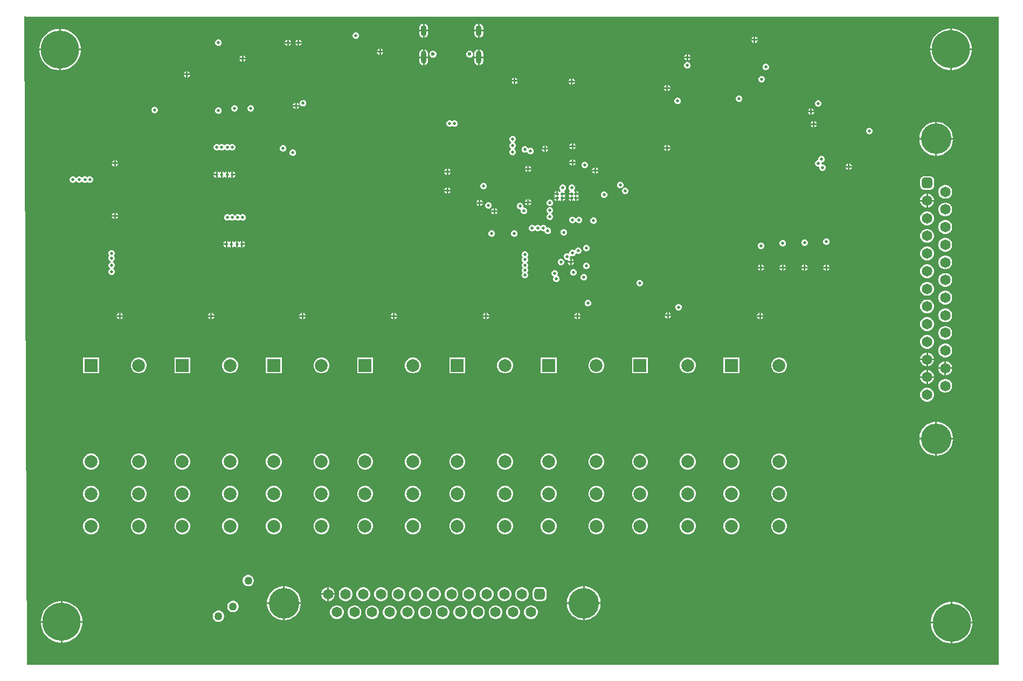
<source format=gbr>
%TF.GenerationSoftware,Altium Limited,Altium Designer,24.1.2 (44)*%
G04 Layer_Physical_Order=2*
G04 Layer_Color=36540*
%FSLAX45Y45*%
%MOMM*%
%TF.SameCoordinates,D8B4AAC8-E2FB-42F1-BA15-8403934F33DF*%
%TF.FilePolarity,Positive*%
%TF.FileFunction,Copper,L2,Inr,Signal*%
%TF.Part,Single*%
G01*
G75*
%TA.AperFunction,ComponentPad*%
%ADD63C,0.60000*%
%ADD64O,0.90000X2.00000*%
%ADD65O,0.90000X1.70000*%
%ADD66C,1.65000*%
%ADD67C,4.80000*%
G04:AMPARAMS|DCode=68|XSize=1.65mm|YSize=1.65mm|CornerRadius=0.4125mm|HoleSize=0mm|Usage=FLASHONLY|Rotation=0.000|XOffset=0mm|YOffset=0mm|HoleType=Round|Shape=RoundedRectangle|*
%AMROUNDEDRECTD68*
21,1,1.65000,0.82500,0,0,0.0*
21,1,0.82500,1.65000,0,0,0.0*
1,1,0.82500,0.41250,-0.41250*
1,1,0.82500,-0.41250,-0.41250*
1,1,0.82500,-0.41250,0.41250*
1,1,0.82500,0.41250,0.41250*
%
%ADD68ROUNDEDRECTD68*%
G04:AMPARAMS|DCode=69|XSize=1.65mm|YSize=1.65mm|CornerRadius=0.4125mm|HoleSize=0mm|Usage=FLASHONLY|Rotation=90.000|XOffset=0mm|YOffset=0mm|HoleType=Round|Shape=RoundedRectangle|*
%AMROUNDEDRECTD69*
21,1,1.65000,0.82500,0,0,90.0*
21,1,0.82500,1.65000,0,0,90.0*
1,1,0.82500,0.41250,0.41250*
1,1,0.82500,0.41250,-0.41250*
1,1,0.82500,-0.41250,-0.41250*
1,1,0.82500,-0.41250,0.41250*
%
%ADD69ROUNDEDRECTD69*%
%ADD70C,2.00000*%
%ADD71R,2.00000X2.00000*%
%TA.AperFunction,ViaPad*%
%ADD72C,0.50000*%
%ADD73C,6.00000*%
%ADD74C,1.27000*%
G36*
X2514600Y12700000D02*
X17792700D01*
Y2527300D01*
X2527300D01*
X2489262Y12708732D01*
X2500987Y12713613D01*
X2514600Y12700000D01*
D02*
G37*
%LPC*%
G36*
X9640000Y12593435D02*
Y12496800D01*
X9698308D01*
Y12524100D01*
X9695888Y12542478D01*
X9688794Y12559604D01*
X9677510Y12574310D01*
X9662804Y12585594D01*
X9645678Y12592688D01*
X9640000Y12593435D01*
D02*
G37*
G36*
X8775000D02*
Y12496800D01*
X8833307D01*
Y12524100D01*
X8830888Y12542478D01*
X8823794Y12559604D01*
X8812510Y12574310D01*
X8797804Y12585594D01*
X8780678Y12592688D01*
X8775000Y12593435D01*
D02*
G37*
G36*
X9614600D02*
X9608922Y12592688D01*
X9591796Y12585594D01*
X9577090Y12574310D01*
X9565806Y12559604D01*
X9558712Y12542478D01*
X9556293Y12524100D01*
Y12496800D01*
X9614600D01*
Y12593435D01*
D02*
G37*
G36*
X8749600D02*
X8743922Y12592688D01*
X8726796Y12585594D01*
X8712090Y12574310D01*
X8700806Y12559604D01*
X8693712Y12542478D01*
X8691292Y12524100D01*
Y12496800D01*
X8749600D01*
Y12593435D01*
D02*
G37*
G36*
X9698308Y12471400D02*
X9640000D01*
Y12374765D01*
X9645678Y12375512D01*
X9662804Y12382606D01*
X9677510Y12393890D01*
X9688794Y12408596D01*
X9695888Y12425722D01*
X9698308Y12444100D01*
Y12471400D01*
D02*
G37*
G36*
X8833307D02*
X8775000D01*
Y12374765D01*
X8780678Y12375512D01*
X8797804Y12382606D01*
X8812510Y12393890D01*
X8823794Y12408596D01*
X8830888Y12425722D01*
X8833307Y12444100D01*
Y12471400D01*
D02*
G37*
G36*
X9614600D02*
X9556293D01*
Y12444100D01*
X9558712Y12425722D01*
X9565806Y12408596D01*
X9577090Y12393890D01*
X9591796Y12382606D01*
X9608922Y12375512D01*
X9614600Y12374765D01*
Y12471400D01*
D02*
G37*
G36*
X8749600D02*
X8691292D01*
Y12444100D01*
X8693712Y12425722D01*
X8700806Y12408596D01*
X8712090Y12393890D01*
X8726796Y12382606D01*
X8743922Y12375512D01*
X8749600Y12374765D01*
Y12471400D01*
D02*
G37*
G36*
X7706225Y12458300D02*
X7686175D01*
X7667651Y12450627D01*
X7653473Y12436449D01*
X7645800Y12417925D01*
Y12397875D01*
X7653473Y12379351D01*
X7667651Y12365173D01*
X7686175Y12357500D01*
X7706225D01*
X7724749Y12365173D01*
X7738927Y12379351D01*
X7746600Y12397875D01*
Y12417925D01*
X7738927Y12436449D01*
X7724749Y12450627D01*
X7706225Y12458300D01*
D02*
G37*
G36*
X13970000Y12389992D02*
Y12353400D01*
X14006592D01*
X14000027Y12369249D01*
X13985849Y12383427D01*
X13970000Y12389992D01*
D02*
G37*
G36*
X13944600D02*
X13928751Y12383427D01*
X13914574Y12369249D01*
X13908008Y12353400D01*
X13944600D01*
Y12389992D01*
D02*
G37*
G36*
X6807200Y12342892D02*
Y12306300D01*
X6843792D01*
X6837227Y12322149D01*
X6823049Y12336327D01*
X6807200Y12342892D01*
D02*
G37*
G36*
X6781800D02*
X6765951Y12336327D01*
X6751773Y12322149D01*
X6745208Y12306300D01*
X6781800D01*
Y12342892D01*
D02*
G37*
G36*
X6642100D02*
Y12306300D01*
X6678692D01*
X6672127Y12322149D01*
X6657949Y12336327D01*
X6642100Y12342892D01*
D02*
G37*
G36*
X6616700D02*
X6600851Y12336327D01*
X6586673Y12322149D01*
X6580108Y12306300D01*
X6616700D01*
Y12342892D01*
D02*
G37*
G36*
X14006592Y12328000D02*
X13970000D01*
Y12291408D01*
X13985849Y12297973D01*
X14000027Y12312151D01*
X14006592Y12328000D01*
D02*
G37*
G36*
X13944600D02*
X13908008D01*
X13914574Y12312151D01*
X13928751Y12297973D01*
X13944600Y12291408D01*
Y12328000D01*
D02*
G37*
G36*
X6843792Y12280900D02*
X6807200D01*
Y12244308D01*
X6823049Y12250873D01*
X6837227Y12265051D01*
X6843792Y12280900D01*
D02*
G37*
G36*
X6781800D02*
X6745208D01*
X6751773Y12265051D01*
X6765951Y12250873D01*
X6781800Y12244308D01*
Y12280900D01*
D02*
G37*
G36*
X6678692D02*
X6642100D01*
Y12244308D01*
X6657949Y12250873D01*
X6672127Y12265051D01*
X6678692Y12280900D01*
D02*
G37*
G36*
X6616700D02*
X6580108D01*
X6586673Y12265051D01*
X6600851Y12250873D01*
X6616700Y12244308D01*
Y12280900D01*
D02*
G37*
G36*
X5547225Y12344000D02*
X5527175D01*
X5508651Y12336327D01*
X5494473Y12322149D01*
X5486800Y12303625D01*
Y12283575D01*
X5494473Y12265051D01*
X5508651Y12250873D01*
X5527175Y12243200D01*
X5547225D01*
X5565749Y12250873D01*
X5579927Y12265051D01*
X5587600Y12283575D01*
Y12303625D01*
X5579927Y12322149D01*
X5565749Y12336327D01*
X5547225Y12344000D01*
D02*
G37*
G36*
X17069009Y12517400D02*
X17056100D01*
Y12204700D01*
X17368800D01*
Y12217610D01*
X17360786Y12268198D01*
X17344960Y12316910D01*
X17321707Y12362547D01*
X17291602Y12403984D01*
X17255383Y12440201D01*
X17213947Y12470307D01*
X17168311Y12493560D01*
X17119598Y12509387D01*
X17069009Y12517400D01*
D02*
G37*
G36*
X17030701D02*
X17017790D01*
X16967203Y12509387D01*
X16918491Y12493560D01*
X16872853Y12470307D01*
X16831416Y12440201D01*
X16795200Y12403984D01*
X16765092Y12362547D01*
X16741840Y12316910D01*
X16726013Y12268198D01*
X16717999Y12217610D01*
Y12204700D01*
X17030701D01*
Y12517400D01*
D02*
G37*
G36*
X3073610Y12512700D02*
X3060700D01*
Y12200000D01*
X3373400D01*
Y12212910D01*
X3365387Y12263498D01*
X3349560Y12312210D01*
X3326307Y12357847D01*
X3296201Y12399284D01*
X3259984Y12435501D01*
X3218547Y12465607D01*
X3172910Y12488860D01*
X3124198Y12504687D01*
X3073610Y12512700D01*
D02*
G37*
G36*
X3035300D02*
X3022390D01*
X2971802Y12504687D01*
X2923090Y12488860D01*
X2877453Y12465607D01*
X2836016Y12435501D01*
X2799799Y12399284D01*
X2769693Y12357847D01*
X2746440Y12312210D01*
X2730613Y12263498D01*
X2722600Y12212910D01*
Y12200000D01*
X3035300D01*
Y12512700D01*
D02*
G37*
G36*
X8089900Y12203192D02*
Y12166600D01*
X8126492D01*
X8119927Y12182449D01*
X8105749Y12196627D01*
X8089900Y12203192D01*
D02*
G37*
G36*
X8064500D02*
X8048651Y12196627D01*
X8034473Y12182449D01*
X8027908Y12166600D01*
X8064500D01*
Y12203192D01*
D02*
G37*
G36*
X8126492Y12141200D02*
X8089900D01*
Y12104608D01*
X8105749Y12111173D01*
X8119927Y12125351D01*
X8126492Y12141200D01*
D02*
G37*
G36*
X8064500D02*
X8027908D01*
X8034473Y12125351D01*
X8048651Y12111173D01*
X8064500Y12104608D01*
Y12141200D01*
D02*
G37*
G36*
X9640000Y12191436D02*
Y12079800D01*
X9698308D01*
Y12122100D01*
X9695888Y12140478D01*
X9688794Y12157604D01*
X9677510Y12172310D01*
X9662804Y12183594D01*
X9645678Y12190688D01*
X9640000Y12191436D01*
D02*
G37*
G36*
X8775000D02*
Y12079800D01*
X8833307D01*
Y12122100D01*
X8830888Y12140478D01*
X8823794Y12157604D01*
X8812510Y12172310D01*
X8797804Y12183594D01*
X8780678Y12190688D01*
X8775000Y12191436D01*
D02*
G37*
G36*
X9614600D02*
X9608922Y12190688D01*
X9591796Y12183594D01*
X9577090Y12172310D01*
X9565806Y12157604D01*
X9558712Y12140478D01*
X9556293Y12122100D01*
Y12079800D01*
X9614600D01*
Y12191436D01*
D02*
G37*
G36*
X8749600D02*
X8743922Y12190688D01*
X8726796Y12183594D01*
X8712090Y12172310D01*
X8700806Y12157604D01*
X8693712Y12140478D01*
X8691292Y12122100D01*
Y12079800D01*
X8749600D01*
Y12191436D01*
D02*
G37*
G36*
X12915900Y12114292D02*
Y12077700D01*
X12952492D01*
X12945927Y12093549D01*
X12931749Y12107727D01*
X12915900Y12114292D01*
D02*
G37*
G36*
X12890500D02*
X12874651Y12107727D01*
X12860474Y12093549D01*
X12853908Y12077700D01*
X12890500D01*
Y12114292D01*
D02*
G37*
G36*
X8762300Y12067100D02*
D01*
D01*
D01*
D02*
G37*
G36*
X9494820Y12171500D02*
X9472780D01*
X9452418Y12163066D01*
X9436834Y12147481D01*
X9428400Y12127120D01*
Y12105080D01*
X9436834Y12084719D01*
X9452418Y12069134D01*
X9472780Y12060700D01*
X9494820D01*
X9515181Y12069134D01*
X9530766Y12084719D01*
X9539200Y12105080D01*
Y12127120D01*
X9530766Y12147481D01*
X9515181Y12163066D01*
X9494820Y12171500D01*
D02*
G37*
G36*
X8916820D02*
X8894780D01*
X8874419Y12163066D01*
X8858834Y12147481D01*
X8850400Y12127120D01*
Y12105080D01*
X8858834Y12084719D01*
X8874419Y12069134D01*
X8894780Y12060700D01*
X8916820D01*
X8937182Y12069134D01*
X8952766Y12084719D01*
X8961200Y12105080D01*
Y12127120D01*
X8952766Y12147481D01*
X8937182Y12163066D01*
X8916820Y12171500D01*
D02*
G37*
G36*
X5930900Y12095392D02*
Y12058800D01*
X5967492D01*
X5960927Y12074649D01*
X5946749Y12088827D01*
X5930900Y12095392D01*
D02*
G37*
G36*
X5905500D02*
X5889651Y12088827D01*
X5875473Y12074649D01*
X5868908Y12058800D01*
X5905500D01*
Y12095392D01*
D02*
G37*
G36*
X12952492Y12052300D02*
X12915900D01*
Y12015708D01*
X12931749Y12022273D01*
X12945927Y12036451D01*
X12952492Y12052300D01*
D02*
G37*
G36*
X12890500D02*
X12853908D01*
X12860474Y12036451D01*
X12874651Y12022273D01*
X12890500Y12015708D01*
Y12052300D01*
D02*
G37*
G36*
X5967492Y12033400D02*
X5930900D01*
Y11996808D01*
X5946749Y12003373D01*
X5960927Y12017551D01*
X5967492Y12033400D01*
D02*
G37*
G36*
X5905500D02*
X5868908D01*
X5875473Y12017551D01*
X5889651Y12003373D01*
X5905500Y11996808D01*
Y12033400D01*
D02*
G37*
G36*
X9698308Y12054400D02*
X9640000D01*
Y11942765D01*
X9645678Y11943512D01*
X9662804Y11950606D01*
X9677510Y11961890D01*
X9688794Y11976596D01*
X9695888Y11993722D01*
X9698308Y12012100D01*
Y12054400D01*
D02*
G37*
G36*
X8833307D02*
X8775000D01*
Y11942765D01*
X8780678Y11943512D01*
X8797804Y11950606D01*
X8812510Y11961890D01*
X8823794Y11976596D01*
X8830888Y11993722D01*
X8833307Y12012100D01*
Y12054400D01*
D02*
G37*
G36*
X9614600D02*
X9556293D01*
Y12012100D01*
X9558712Y11993722D01*
X9565806Y11976596D01*
X9577090Y11961890D01*
X9591796Y11950606D01*
X9608922Y11943512D01*
X9614600Y11942765D01*
Y12054400D01*
D02*
G37*
G36*
X8749600D02*
X8691292D01*
Y12012100D01*
X8693712Y11993722D01*
X8700806Y11976596D01*
X8712090Y11961890D01*
X8726796Y11950606D01*
X8743922Y11943512D01*
X8749600Y11942765D01*
Y12054400D01*
D02*
G37*
G36*
X12913225Y11988400D02*
X12893175D01*
X12874651Y11980727D01*
X12860474Y11966549D01*
X12852800Y11948025D01*
Y11927975D01*
X12860474Y11909451D01*
X12874651Y11895273D01*
X12893175Y11887600D01*
X12913225D01*
X12931749Y11895273D01*
X12945927Y11909451D01*
X12953600Y11927975D01*
Y11948025D01*
X12945927Y11966549D01*
X12931749Y11980727D01*
X12913225Y11988400D01*
D02*
G37*
G36*
X17368800Y12179300D02*
X17056100D01*
Y11866600D01*
X17069009D01*
X17119598Y11874613D01*
X17168311Y11890440D01*
X17213947Y11913693D01*
X17255383Y11943799D01*
X17291602Y11980016D01*
X17321707Y12021453D01*
X17344960Y12067090D01*
X17360786Y12115802D01*
X17368800Y12166390D01*
Y12179300D01*
D02*
G37*
G36*
X17030701D02*
X16717999D01*
Y12166390D01*
X16726013Y12115802D01*
X16741840Y12067090D01*
X16765092Y12021453D01*
X16795200Y11980016D01*
X16831416Y11943799D01*
X16872853Y11913693D01*
X16918491Y11890440D01*
X16967203Y11874613D01*
X17017790Y11866600D01*
X17030701D01*
Y12179300D01*
D02*
G37*
G36*
X14145125Y11963000D02*
X14125075D01*
X14106551Y11955327D01*
X14092374Y11941149D01*
X14084700Y11922625D01*
Y11902575D01*
X14092374Y11884051D01*
X14106551Y11869873D01*
X14125075Y11862200D01*
X14145125D01*
X14163649Y11869873D01*
X14177827Y11884051D01*
X14185500Y11902575D01*
Y11922625D01*
X14177827Y11941149D01*
X14163649Y11955327D01*
X14145125Y11963000D01*
D02*
G37*
G36*
X3373400Y12174600D02*
X3060700D01*
Y11861900D01*
X3073610D01*
X3124198Y11869913D01*
X3172910Y11885740D01*
X3218547Y11908993D01*
X3259984Y11939099D01*
X3296201Y11975316D01*
X3326307Y12016753D01*
X3349560Y12062390D01*
X3365387Y12111102D01*
X3373400Y12161690D01*
Y12174600D01*
D02*
G37*
G36*
X3035300D02*
X2722600D01*
Y12161690D01*
X2730613Y12111102D01*
X2746440Y12062390D01*
X2769693Y12016753D01*
X2799799Y11975316D01*
X2836016Y11939099D01*
X2877453Y11908993D01*
X2923090Y11885740D01*
X2971802Y11869913D01*
X3022390Y11861900D01*
X3035300D01*
Y12174600D01*
D02*
G37*
G36*
X5054600Y11847592D02*
Y11811000D01*
X5091192D01*
X5084627Y11826850D01*
X5070449Y11841027D01*
X5054600Y11847592D01*
D02*
G37*
G36*
X5029200D02*
X5013351Y11841027D01*
X4999173Y11826850D01*
X4992608Y11811000D01*
X5029200D01*
Y11847592D01*
D02*
G37*
G36*
X5091192Y11785600D02*
X5054600D01*
Y11749008D01*
X5070449Y11755573D01*
X5084627Y11769751D01*
X5091192Y11785600D01*
D02*
G37*
G36*
X5029200D02*
X4992608D01*
X4999173Y11769751D01*
X5013351Y11755573D01*
X5029200Y11749008D01*
Y11785600D01*
D02*
G37*
G36*
X10201700Y11745992D02*
Y11709400D01*
X10238292D01*
X10231727Y11725249D01*
X10217549Y11739427D01*
X10201700Y11745992D01*
D02*
G37*
G36*
X10176300D02*
X10160451Y11739427D01*
X10146273Y11725249D01*
X10139708Y11709400D01*
X10176300D01*
Y11745992D01*
D02*
G37*
G36*
X11099800Y11733292D02*
Y11696700D01*
X11136392D01*
X11129827Y11712549D01*
X11115649Y11726727D01*
X11099800Y11733292D01*
D02*
G37*
G36*
X11074400D02*
X11058551Y11726727D01*
X11044373Y11712549D01*
X11037808Y11696700D01*
X11074400D01*
Y11733292D01*
D02*
G37*
G36*
X14081625Y11772500D02*
X14061575D01*
X14043051Y11764827D01*
X14028873Y11750649D01*
X14021201Y11732125D01*
Y11712075D01*
X14028873Y11693551D01*
X14043051Y11679373D01*
X14061575Y11671700D01*
X14081625D01*
X14100150Y11679373D01*
X14114326Y11693551D01*
X14122000Y11712075D01*
Y11732125D01*
X14114326Y11750649D01*
X14100150Y11764827D01*
X14081625Y11772500D01*
D02*
G37*
G36*
X10238292Y11684000D02*
X10201700D01*
Y11647408D01*
X10217549Y11653973D01*
X10231727Y11668151D01*
X10238292Y11684000D01*
D02*
G37*
G36*
X10176300D02*
X10139708D01*
X10146273Y11668151D01*
X10160451Y11653973D01*
X10176300Y11647408D01*
Y11684000D01*
D02*
G37*
G36*
X11136392Y11671300D02*
X11099800D01*
Y11634708D01*
X11115649Y11641273D01*
X11129827Y11655451D01*
X11136392Y11671300D01*
D02*
G37*
G36*
X11074400D02*
X11037808D01*
X11044373Y11655451D01*
X11058551Y11641273D01*
X11074400Y11634708D01*
Y11671300D01*
D02*
G37*
G36*
X12598400Y11631692D02*
Y11595100D01*
X12634992D01*
X12628427Y11610949D01*
X12614249Y11625127D01*
X12598400Y11631692D01*
D02*
G37*
G36*
X12573000D02*
X12557151Y11625127D01*
X12542973Y11610949D01*
X12536408Y11595100D01*
X12573000D01*
Y11631692D01*
D02*
G37*
G36*
X12634992Y11569700D02*
X12598400D01*
Y11533108D01*
X12614249Y11539673D01*
X12628427Y11553851D01*
X12634992Y11569700D01*
D02*
G37*
G36*
X12573000D02*
X12536408D01*
X12542973Y11553851D01*
X12557151Y11539673D01*
X12573000Y11533108D01*
Y11569700D01*
D02*
G37*
G36*
X13726025Y11467700D02*
X13705975D01*
X13687451Y11460027D01*
X13673273Y11445849D01*
X13665601Y11427325D01*
Y11407275D01*
X13673273Y11388751D01*
X13687451Y11374573D01*
X13705975Y11366900D01*
X13726025D01*
X13744550Y11374573D01*
X13758727Y11388751D01*
X13766400Y11407275D01*
Y11427325D01*
X13758727Y11445849D01*
X13744550Y11460027D01*
X13726025Y11467700D01*
D02*
G37*
G36*
X12760825Y11429600D02*
X12740775D01*
X12722251Y11421927D01*
X12708073Y11407749D01*
X12700400Y11389225D01*
Y11369175D01*
X12708073Y11350651D01*
X12722251Y11336473D01*
X12740775Y11328800D01*
X12760825D01*
X12779349Y11336473D01*
X12793527Y11350651D01*
X12801199Y11369175D01*
Y11389225D01*
X12793527Y11407749D01*
X12779349Y11421927D01*
X12760825Y11429600D01*
D02*
G37*
G36*
X6769100Y11352292D02*
Y11315700D01*
X6805692D01*
X6799127Y11331549D01*
X6784949Y11345727D01*
X6769100Y11352292D01*
D02*
G37*
G36*
X6743700D02*
X6727851Y11345727D01*
X6713673Y11331549D01*
X6707108Y11315700D01*
X6743700D01*
Y11352292D01*
D02*
G37*
G36*
X6877425Y11395100D02*
X6857375D01*
X6838851Y11387427D01*
X6824673Y11373250D01*
X6817000Y11354725D01*
Y11334675D01*
X6824673Y11316151D01*
X6838851Y11301973D01*
X6857375Y11294300D01*
X6877425D01*
X6895949Y11301973D01*
X6910127Y11316151D01*
X6917800Y11334675D01*
Y11354725D01*
X6910127Y11373250D01*
X6895949Y11387427D01*
X6877425Y11395100D01*
D02*
G37*
G36*
X14969000Y11390050D02*
X14948950D01*
X14930426Y11382377D01*
X14916248Y11368199D01*
X14908575Y11349675D01*
Y11329625D01*
X14916248Y11311101D01*
X14930426Y11296923D01*
X14948950Y11289250D01*
X14969000D01*
X14987524Y11296923D01*
X15001701Y11311101D01*
X15009375Y11329625D01*
Y11349675D01*
X15001701Y11368199D01*
X14987524Y11382377D01*
X14969000Y11390050D01*
D02*
G37*
G36*
X6805692Y11290300D02*
X6769100D01*
Y11253708D01*
X6784949Y11260273D01*
X6799127Y11274451D01*
X6805692Y11290300D01*
D02*
G37*
G36*
X6743700D02*
X6707108D01*
X6713673Y11274451D01*
X6727851Y11260273D01*
X6743700Y11253708D01*
Y11290300D01*
D02*
G37*
G36*
X14859000Y11263392D02*
Y11226800D01*
X14895592D01*
X14889027Y11242649D01*
X14874849Y11256827D01*
X14859000Y11263392D01*
D02*
G37*
G36*
X14833600D02*
X14817751Y11256827D01*
X14803574Y11242649D01*
X14797008Y11226800D01*
X14833600D01*
Y11263392D01*
D02*
G37*
G36*
X6055225Y11315300D02*
X6035175D01*
X6016651Y11307627D01*
X6002473Y11293449D01*
X5994800Y11274925D01*
Y11254875D01*
X6002473Y11236351D01*
X6016651Y11222173D01*
X6035175Y11214500D01*
X6055225D01*
X6073749Y11222173D01*
X6087927Y11236351D01*
X6095600Y11254875D01*
Y11274925D01*
X6087927Y11293449D01*
X6073749Y11307627D01*
X6055225Y11315300D01*
D02*
G37*
G36*
X5801225D02*
X5781175D01*
X5762651Y11307627D01*
X5748473Y11293449D01*
X5740800Y11274925D01*
Y11254875D01*
X5748473Y11236351D01*
X5762651Y11222173D01*
X5781175Y11214500D01*
X5801225D01*
X5819749Y11222173D01*
X5833927Y11236351D01*
X5841600Y11254875D01*
Y11274925D01*
X5833927Y11293449D01*
X5819749Y11307627D01*
X5801225Y11315300D01*
D02*
G37*
G36*
X4543925Y11289900D02*
X4523875D01*
X4505351Y11282227D01*
X4491173Y11268049D01*
X4483500Y11249525D01*
Y11229475D01*
X4491173Y11210951D01*
X4505351Y11196773D01*
X4523875Y11189100D01*
X4543925D01*
X4562449Y11196773D01*
X4576627Y11210951D01*
X4584300Y11229475D01*
Y11249525D01*
X4576627Y11268049D01*
X4562449Y11282227D01*
X4543925Y11289900D01*
D02*
G37*
G36*
X5547225Y11277200D02*
X5527175D01*
X5508651Y11269527D01*
X5494473Y11255349D01*
X5486800Y11236825D01*
Y11216775D01*
X5494473Y11198251D01*
X5508651Y11184073D01*
X5527175Y11176400D01*
X5547225D01*
X5565749Y11184073D01*
X5579927Y11198251D01*
X5587600Y11216775D01*
Y11236825D01*
X5579927Y11255349D01*
X5565749Y11269527D01*
X5547225Y11277200D01*
D02*
G37*
G36*
X14895592Y11201400D02*
X14859000D01*
Y11164808D01*
X14874849Y11171373D01*
X14889027Y11185551D01*
X14895592Y11201400D01*
D02*
G37*
G36*
X14833600D02*
X14797008D01*
X14803574Y11185551D01*
X14817751Y11171373D01*
X14833600Y11164808D01*
Y11201400D01*
D02*
G37*
G36*
X14901199Y11064292D02*
Y11027700D01*
X14937791D01*
X14931227Y11043549D01*
X14917049Y11057727D01*
X14901199Y11064292D01*
D02*
G37*
G36*
X14875800D02*
X14859950Y11057727D01*
X14845773Y11043549D01*
X14839207Y11027700D01*
X14875800D01*
Y11064292D01*
D02*
G37*
G36*
X9179425Y11077052D02*
X9159375D01*
X9140851Y11069379D01*
X9126673Y11055201D01*
X9119000Y11036677D01*
Y11016627D01*
X9126673Y10998103D01*
X9140851Y10983925D01*
X9159375Y10976252D01*
X9179425D01*
X9197949Y10983925D01*
X9205974Y10991950D01*
X9217051Y10980873D01*
X9235575Y10973200D01*
X9255625D01*
X9274149Y10980873D01*
X9288327Y10995051D01*
X9296000Y11013575D01*
Y11033625D01*
X9288327Y11052149D01*
X9274149Y11066327D01*
X9255625Y11074000D01*
X9235575D01*
X9217051Y11066327D01*
X9209026Y11058302D01*
X9197949Y11069379D01*
X9179425Y11077052D01*
D02*
G37*
G36*
X14937791Y11002300D02*
X14901199D01*
Y10965708D01*
X14917049Y10972273D01*
X14931227Y10986451D01*
X14937791Y11002300D01*
D02*
G37*
G36*
X14875800D02*
X14839207D01*
X14845773Y10986451D01*
X14859950Y10972273D01*
X14875800Y10965708D01*
Y11002300D01*
D02*
G37*
G36*
X15770724Y10959700D02*
X15750674D01*
X15732150Y10952027D01*
X15717973Y10937849D01*
X15710300Y10919325D01*
Y10899275D01*
X15717973Y10880751D01*
X15732150Y10866573D01*
X15750674Y10858900D01*
X15770724D01*
X15789249Y10866573D01*
X15803427Y10880751D01*
X15811099Y10899275D01*
Y10919325D01*
X15803427Y10937849D01*
X15789249Y10952027D01*
X15770724Y10959700D01*
D02*
G37*
G36*
X16833388Y11051300D02*
X16825200D01*
Y10798600D01*
X17077901D01*
Y10806787D01*
X17071365Y10848048D01*
X17058456Y10887778D01*
X17039490Y10925000D01*
X17014935Y10958796D01*
X16985397Y10988336D01*
X16951601Y11012890D01*
X16914378Y11031856D01*
X16874648Y11044765D01*
X16833388Y11051300D01*
D02*
G37*
G36*
X16799800D02*
X16791612D01*
X16750352Y11044765D01*
X16710622Y11031856D01*
X16673399Y11012890D01*
X16639603Y10988336D01*
X16610065Y10958796D01*
X16585510Y10925000D01*
X16566544Y10887778D01*
X16553635Y10848048D01*
X16547099Y10806787D01*
Y10798600D01*
X16799800D01*
Y11051300D01*
D02*
G37*
G36*
X5764025Y10705700D02*
X5743975D01*
X5725451Y10698027D01*
X5715900Y10688476D01*
X5706349Y10698027D01*
X5687825Y10705700D01*
X5667775D01*
X5649251Y10698027D01*
X5641647Y10690423D01*
X5633350Y10684980D01*
X5625053Y10690423D01*
X5617449Y10698027D01*
X5598925Y10705700D01*
X5578875D01*
X5560351Y10698027D01*
X5550800Y10688476D01*
X5541249Y10698027D01*
X5522725Y10705700D01*
X5502675D01*
X5484151Y10698027D01*
X5469973Y10683849D01*
X5462300Y10665325D01*
Y10645275D01*
X5469973Y10626751D01*
X5484151Y10612573D01*
X5502675Y10604900D01*
X5522725D01*
X5541249Y10612573D01*
X5550800Y10622124D01*
X5560351Y10612573D01*
X5578875Y10604900D01*
X5598925D01*
X5617449Y10612573D01*
X5625053Y10620177D01*
X5633350Y10625620D01*
X5641647Y10620177D01*
X5649251Y10612573D01*
X5667775Y10604900D01*
X5687825D01*
X5706349Y10612573D01*
X5715900Y10622124D01*
X5725451Y10612573D01*
X5743975Y10604900D01*
X5764025D01*
X5782549Y10612573D01*
X5796727Y10626751D01*
X5804400Y10645275D01*
Y10665325D01*
X5796727Y10683849D01*
X5782549Y10698027D01*
X5764025Y10705700D01*
D02*
G37*
G36*
X11112500Y10717292D02*
Y10680700D01*
X11149092D01*
X11142527Y10696549D01*
X11128349Y10710727D01*
X11112500Y10717292D01*
D02*
G37*
G36*
X11087100D02*
X11071251Y10710727D01*
X11057073Y10696549D01*
X11050508Y10680700D01*
X11087100D01*
Y10717292D01*
D02*
G37*
G36*
X12598400Y10691892D02*
Y10655300D01*
X12634992D01*
X12628427Y10671149D01*
X12614249Y10685327D01*
X12598400Y10691892D01*
D02*
G37*
G36*
X12573000D02*
X12557151Y10685327D01*
X12542973Y10671149D01*
X12536408Y10655300D01*
X12573000D01*
Y10691892D01*
D02*
G37*
G36*
X10680700Y10679192D02*
Y10642600D01*
X10717292D01*
X10710727Y10658449D01*
X10696549Y10672627D01*
X10680700Y10679192D01*
D02*
G37*
G36*
X10655300D02*
X10639451Y10672627D01*
X10625273Y10658449D01*
X10618708Y10642600D01*
X10655300D01*
Y10679192D01*
D02*
G37*
G36*
X11149092Y10655300D02*
X11112500D01*
Y10618708D01*
X11128349Y10625273D01*
X11142527Y10639451D01*
X11149092Y10655300D01*
D02*
G37*
G36*
X11087100D02*
X11050508D01*
X11057073Y10639451D01*
X11071251Y10625273D01*
X11087100Y10618708D01*
Y10655300D01*
D02*
G37*
G36*
X12634992Y10629900D02*
X12598400D01*
Y10593308D01*
X12614249Y10599873D01*
X12628427Y10614051D01*
X12634992Y10629900D01*
D02*
G37*
G36*
X12573000D02*
X12536408D01*
X12542973Y10614051D01*
X12557151Y10599873D01*
X12573000Y10593308D01*
Y10629900D01*
D02*
G37*
G36*
X6563225Y10684775D02*
X6543175D01*
X6524651Y10677102D01*
X6510473Y10662925D01*
X6502800Y10644400D01*
Y10624350D01*
X6510473Y10605826D01*
X6524651Y10591648D01*
X6543175Y10583975D01*
X6563225D01*
X6581749Y10591648D01*
X6595927Y10605826D01*
X6603600Y10624350D01*
Y10644400D01*
X6595927Y10662925D01*
X6581749Y10677102D01*
X6563225Y10684775D01*
D02*
G37*
G36*
X10717292Y10617200D02*
X10680700D01*
Y10580608D01*
X10696549Y10587173D01*
X10710727Y10601351D01*
X10717292Y10617200D01*
D02*
G37*
G36*
X10655300D02*
X10618708D01*
X10625273Y10601351D01*
X10639451Y10587173D01*
X10655300Y10580608D01*
Y10617200D01*
D02*
G37*
G36*
X10360525Y10667600D02*
X10340475D01*
X10321951Y10659927D01*
X10307773Y10645749D01*
X10300100Y10627225D01*
Y10607175D01*
X10307773Y10588651D01*
X10321951Y10574473D01*
X10340475Y10566800D01*
X10360525D01*
X10379049Y10574473D01*
X10393485Y10570948D01*
X10396673Y10563251D01*
X10410851Y10549073D01*
X10429375Y10541400D01*
X10449425D01*
X10467949Y10549073D01*
X10482127Y10563251D01*
X10489800Y10581775D01*
Y10601825D01*
X10482127Y10620349D01*
X10467949Y10634527D01*
X10449425Y10642200D01*
X10429375D01*
X10410851Y10634527D01*
X10396415Y10638052D01*
X10393227Y10645749D01*
X10379049Y10659927D01*
X10360525Y10667600D01*
D02*
G37*
G36*
X10170025Y10832700D02*
X10149975D01*
X10131451Y10825027D01*
X10117273Y10810849D01*
X10109600Y10792325D01*
Y10772275D01*
X10117273Y10753751D01*
X10131451Y10739573D01*
X10134347Y10738373D01*
Y10724627D01*
X10131451Y10723427D01*
X10117273Y10709249D01*
X10109600Y10690725D01*
Y10670675D01*
X10117273Y10652151D01*
X10131451Y10637973D01*
X10134347Y10636773D01*
Y10623027D01*
X10131451Y10621827D01*
X10117273Y10607649D01*
X10109600Y10589125D01*
Y10569075D01*
X10117273Y10550551D01*
X10131451Y10536373D01*
X10149975Y10528700D01*
X10170025D01*
X10188549Y10536373D01*
X10202727Y10550551D01*
X10210400Y10569075D01*
Y10589125D01*
X10202727Y10607649D01*
X10188549Y10621827D01*
X10185653Y10623027D01*
Y10636773D01*
X10188549Y10637973D01*
X10202727Y10652151D01*
X10210400Y10670675D01*
Y10690725D01*
X10202727Y10709249D01*
X10188549Y10723427D01*
X10185653Y10724627D01*
Y10738373D01*
X10188549Y10739573D01*
X10202727Y10753751D01*
X10210400Y10772275D01*
Y10792325D01*
X10202727Y10810849D01*
X10188549Y10825027D01*
X10170025Y10832700D01*
D02*
G37*
G36*
X17077901Y10773200D02*
X16825200D01*
Y10520500D01*
X16833388D01*
X16874648Y10527035D01*
X16914378Y10539944D01*
X16951601Y10558910D01*
X16985397Y10583464D01*
X17014935Y10613003D01*
X17039490Y10646800D01*
X17058456Y10684022D01*
X17071365Y10723752D01*
X17077901Y10765013D01*
Y10773200D01*
D02*
G37*
G36*
X16799800D02*
X16547099D01*
Y10765013D01*
X16553635Y10723752D01*
X16566544Y10684022D01*
X16585510Y10646800D01*
X16610065Y10613003D01*
X16639603Y10583464D01*
X16673399Y10558910D01*
X16710622Y10539944D01*
X16750352Y10527035D01*
X16791612Y10520500D01*
X16799800D01*
Y10773200D01*
D02*
G37*
G36*
X6715794Y10616968D02*
X6695743D01*
X6677219Y10609295D01*
X6663042Y10595118D01*
X6655368Y10576594D01*
Y10556543D01*
X6663042Y10538019D01*
X6677219Y10523842D01*
X6695743Y10516168D01*
X6715794D01*
X6734318Y10523842D01*
X6748495Y10538019D01*
X6756168Y10556543D01*
Y10576594D01*
X6748495Y10595118D01*
X6734318Y10609295D01*
X6715794Y10616968D01*
D02*
G37*
G36*
X11112500Y10463292D02*
Y10426700D01*
X11149092D01*
X11142527Y10442549D01*
X11128349Y10456727D01*
X11112500Y10463292D01*
D02*
G37*
G36*
X11087100D02*
X11071251Y10456727D01*
X11057073Y10442549D01*
X11050508Y10426700D01*
X11087100D01*
Y10463292D01*
D02*
G37*
G36*
X3924300Y10450592D02*
Y10414000D01*
X3960892D01*
X3954327Y10429849D01*
X3940149Y10444027D01*
X3924300Y10450592D01*
D02*
G37*
G36*
X3898900D02*
X3883051Y10444027D01*
X3868873Y10429849D01*
X3862308Y10414000D01*
X3898900D01*
Y10450592D01*
D02*
G37*
G36*
X11149092Y10401300D02*
X11112500D01*
Y10364708D01*
X11128349Y10371273D01*
X11142527Y10385451D01*
X11149092Y10401300D01*
D02*
G37*
G36*
X11087100D02*
X11050508D01*
X11057073Y10385451D01*
X11071251Y10371273D01*
X11087100Y10364708D01*
Y10401300D01*
D02*
G37*
G36*
X15452800Y10396692D02*
Y10360100D01*
X15489392D01*
X15482828Y10375949D01*
X15468649Y10390127D01*
X15452800Y10396692D01*
D02*
G37*
G36*
X15427400D02*
X15411551Y10390127D01*
X15397372Y10375949D01*
X15390808Y10360100D01*
X15427400D01*
Y10396692D01*
D02*
G37*
G36*
X3960892Y10388600D02*
X3924300D01*
Y10352008D01*
X3940149Y10358573D01*
X3954327Y10372751D01*
X3960892Y10388600D01*
D02*
G37*
G36*
X3898900D02*
X3862308D01*
X3868873Y10372751D01*
X3883051Y10358573D01*
X3898900Y10352008D01*
Y10388600D01*
D02*
G37*
G36*
X11300325Y10426300D02*
X11280275D01*
X11261751Y10418627D01*
X11247573Y10404449D01*
X11239900Y10385925D01*
Y10365875D01*
X11247573Y10347351D01*
X11261751Y10333173D01*
X11280275Y10325500D01*
X11300325D01*
X11318849Y10333173D01*
X11333027Y10347351D01*
X11340700Y10365875D01*
Y10385925D01*
X11333027Y10404449D01*
X11318849Y10418627D01*
X11300325Y10426300D01*
D02*
G37*
G36*
X10414000Y10361692D02*
Y10325100D01*
X10450592D01*
X10444027Y10340949D01*
X10429849Y10355127D01*
X10414000Y10361692D01*
D02*
G37*
G36*
X10388600D02*
X10372751Y10355127D01*
X10358573Y10340949D01*
X10352008Y10325100D01*
X10388600D01*
Y10361692D01*
D02*
G37*
G36*
X11468100Y10336292D02*
Y10299700D01*
X11504692D01*
X11498127Y10315549D01*
X11483949Y10329727D01*
X11468100Y10336292D01*
D02*
G37*
G36*
X11442700D02*
X11426851Y10329727D01*
X11412673Y10315549D01*
X11406108Y10299700D01*
X11442700D01*
Y10336292D01*
D02*
G37*
G36*
X15489392Y10334700D02*
X15452800D01*
Y10298108D01*
X15468649Y10304673D01*
X15482828Y10318851D01*
X15489392Y10334700D01*
D02*
G37*
G36*
X15427400D02*
X15390808D01*
X15397372Y10318851D01*
X15411551Y10304673D01*
X15427400Y10298108D01*
Y10334700D01*
D02*
G37*
G36*
X15021425Y10515200D02*
X15001375D01*
X14982851Y10507527D01*
X14968674Y10493349D01*
X14961000Y10474825D01*
Y10454775D01*
X14951024Y10451700D01*
X14950575D01*
X14932051Y10444027D01*
X14917873Y10429849D01*
X14910201Y10411325D01*
Y10391275D01*
X14917873Y10372751D01*
X14932051Y10358573D01*
X14950575Y10350900D01*
X14961967D01*
X14971539Y10347412D01*
X14973700Y10339167D01*
Y10326575D01*
X14981374Y10308051D01*
X14995551Y10293873D01*
X15014075Y10286200D01*
X15034125D01*
X15052649Y10293873D01*
X15066827Y10308051D01*
X15074500Y10326575D01*
Y10346625D01*
X15066827Y10365149D01*
X15052649Y10379327D01*
X15034125Y10387000D01*
X15022733D01*
X15013161Y10390488D01*
X15011000Y10398733D01*
Y10411325D01*
X15020976Y10414400D01*
X15021425D01*
X15039949Y10422073D01*
X15054128Y10436251D01*
X15061800Y10454775D01*
Y10474825D01*
X15054128Y10493349D01*
X15039949Y10507527D01*
X15021425Y10515200D01*
D02*
G37*
G36*
X9148900Y10318692D02*
Y10282100D01*
X9185492D01*
X9178927Y10297949D01*
X9164749Y10312127D01*
X9148900Y10318692D01*
D02*
G37*
G36*
X9123500D02*
X9107651Y10312127D01*
X9093473Y10297949D01*
X9086908Y10282100D01*
X9123500D01*
Y10318692D01*
D02*
G37*
G36*
X10450592Y10299700D02*
X10414000D01*
Y10263108D01*
X10429849Y10269673D01*
X10444027Y10283851D01*
X10450592Y10299700D01*
D02*
G37*
G36*
X10388600D02*
X10352008D01*
X10358573Y10283851D01*
X10372751Y10269673D01*
X10388600Y10263108D01*
Y10299700D01*
D02*
G37*
G36*
X5741300Y10274592D02*
X5725451Y10268027D01*
X5715900Y10258476D01*
X5706349Y10268027D01*
X5690500Y10274592D01*
Y10225300D01*
Y10176008D01*
X5706349Y10182573D01*
X5715900Y10192124D01*
X5725451Y10182573D01*
X5741300Y10176008D01*
Y10225300D01*
Y10274592D01*
D02*
G37*
G36*
X5576200D02*
X5560351Y10268027D01*
X5550800Y10258476D01*
X5541249Y10268027D01*
X5525400Y10274592D01*
Y10225300D01*
Y10176008D01*
X5541249Y10182573D01*
X5550800Y10192124D01*
X5560351Y10182573D01*
X5576200Y10176008D01*
Y10225300D01*
Y10274592D01*
D02*
G37*
G36*
X5665100D02*
X5649251Y10268027D01*
X5641647Y10260423D01*
X5633350Y10254980D01*
X5625053Y10260423D01*
X5617449Y10268027D01*
X5601600Y10274592D01*
Y10225300D01*
Y10176008D01*
X5617449Y10182573D01*
X5625053Y10190177D01*
X5633350Y10195620D01*
X5641647Y10190177D01*
X5649251Y10182573D01*
X5665100Y10176008D01*
Y10225300D01*
Y10274592D01*
D02*
G37*
G36*
X5766700D02*
Y10238000D01*
X5803292D01*
X5796727Y10253849D01*
X5782549Y10268027D01*
X5766700Y10274592D01*
D02*
G37*
G36*
X5500000D02*
X5484151Y10268027D01*
X5469973Y10253849D01*
X5463408Y10238000D01*
X5500000D01*
Y10274592D01*
D02*
G37*
G36*
X11504692Y10274300D02*
X11468100D01*
Y10237708D01*
X11483949Y10244273D01*
X11498127Y10258451D01*
X11504692Y10274300D01*
D02*
G37*
G36*
X11442700D02*
X11406108D01*
X11412673Y10258451D01*
X11426851Y10244273D01*
X11442700Y10237708D01*
Y10274300D01*
D02*
G37*
G36*
X9185492Y10256700D02*
X9148900D01*
Y10220108D01*
X9164749Y10226673D01*
X9178927Y10240851D01*
X9185492Y10256700D01*
D02*
G37*
G36*
X9123500D02*
X9086908D01*
X9093473Y10240851D01*
X9107651Y10226673D01*
X9123500Y10220108D01*
Y10256700D01*
D02*
G37*
G36*
X3527025Y10197700D02*
X3506975D01*
X3488451Y10190027D01*
X3478900Y10180476D01*
X3469349Y10190027D01*
X3450825Y10197700D01*
X3430775D01*
X3412251Y10190027D01*
X3404647Y10182423D01*
X3396350Y10176980D01*
X3388053Y10182423D01*
X3380449Y10190027D01*
X3361925Y10197700D01*
X3341875D01*
X3323351Y10190027D01*
X3309173Y10175849D01*
X3307900Y10172776D01*
X3295200D01*
X3293927Y10175849D01*
X3279749Y10190027D01*
X3261225Y10197700D01*
X3241175D01*
X3222651Y10190027D01*
X3208473Y10175849D01*
X3200800Y10157325D01*
Y10137275D01*
X3208473Y10118751D01*
X3222651Y10104573D01*
X3241175Y10096900D01*
X3261225D01*
X3279749Y10104573D01*
X3293927Y10118751D01*
X3295200Y10121824D01*
X3307900D01*
X3309173Y10118751D01*
X3323351Y10104573D01*
X3341875Y10096900D01*
X3361925D01*
X3380449Y10104573D01*
X3388053Y10112177D01*
X3396350Y10117620D01*
X3404647Y10112177D01*
X3412251Y10104573D01*
X3430775Y10096900D01*
X3450825D01*
X3469349Y10104573D01*
X3478900Y10114124D01*
X3488451Y10104573D01*
X3506975Y10096900D01*
X3527025D01*
X3545549Y10104573D01*
X3559727Y10118751D01*
X3567400Y10137275D01*
Y10157325D01*
X3559727Y10175849D01*
X3545549Y10190027D01*
X3527025Y10197700D01*
D02*
G37*
G36*
X5803292Y10212600D02*
X5766700D01*
Y10176008D01*
X5782549Y10182573D01*
X5796727Y10196750D01*
X5803292Y10212600D01*
D02*
G37*
G36*
X5500000D02*
X5463408D01*
X5469973Y10196750D01*
X5484151Y10182573D01*
X5500000Y10176008D01*
Y10212600D01*
D02*
G37*
G36*
X11859125Y10108800D02*
X11839075D01*
X11820551Y10101127D01*
X11806373Y10086949D01*
X11798700Y10068425D01*
Y10048375D01*
X11806373Y10029851D01*
X11820551Y10015673D01*
X11839075Y10008000D01*
X11859125D01*
X11877649Y10015673D01*
X11891827Y10029851D01*
X11899500Y10048375D01*
Y10068425D01*
X11891827Y10086949D01*
X11877649Y10101127D01*
X11859125Y10108800D01*
D02*
G37*
G36*
X9712825Y10096100D02*
X9692775D01*
X9674251Y10088427D01*
X9660073Y10074249D01*
X9652400Y10055725D01*
Y10035675D01*
X9660073Y10017151D01*
X9674251Y10002973D01*
X9692775Y9995300D01*
X9712825D01*
X9731349Y10002973D01*
X9745527Y10017151D01*
X9753200Y10035675D01*
Y10055725D01*
X9745527Y10074249D01*
X9731349Y10088427D01*
X9712825Y10096100D01*
D02*
G37*
G36*
X9148900Y10023692D02*
Y9987100D01*
X9185492D01*
X9178927Y10002949D01*
X9164749Y10017127D01*
X9148900Y10023692D01*
D02*
G37*
G36*
X9123500D02*
X9107651Y10017127D01*
X9093473Y10002949D01*
X9086908Y9987100D01*
X9123500D01*
Y10023692D01*
D02*
G37*
G36*
X16711749Y10201375D02*
X16629250D01*
X16611852Y10199084D01*
X16595638Y10192368D01*
X16581715Y10181685D01*
X16571033Y10167762D01*
X16564316Y10151549D01*
X16562025Y10134150D01*
Y10051650D01*
X16564316Y10034251D01*
X16571033Y10018037D01*
X16581715Y10004115D01*
X16595638Y9993431D01*
X16611852Y9986715D01*
X16629250Y9984425D01*
X16711749D01*
X16729149Y9986715D01*
X16745361Y9993431D01*
X16759285Y10004115D01*
X16769968Y10018037D01*
X16776685Y10034251D01*
X16778975Y10051650D01*
Y10134150D01*
X16776685Y10151549D01*
X16769968Y10167762D01*
X16759285Y10181685D01*
X16745361Y10192368D01*
X16729149Y10199084D01*
X16711749Y10201375D01*
D02*
G37*
G36*
X10957425Y10067100D02*
X10937375D01*
X10918851Y10059427D01*
X10904673Y10045249D01*
X10897000Y10026725D01*
Y10006675D01*
X10904673Y9988151D01*
X10914282Y9978542D01*
X10912324Y9964044D01*
X10912269Y9963961D01*
X10906151Y9961427D01*
X10896600Y9951876D01*
X10887049Y9961427D01*
X10871200Y9967992D01*
Y9918700D01*
X10858500D01*
Y9906000D01*
X10809208D01*
X10815773Y9890151D01*
X10818974Y9886950D01*
X10815773Y9883749D01*
X10809208Y9867900D01*
X10858500D01*
Y9855200D01*
X10871200D01*
Y9805908D01*
X10887049Y9812473D01*
X10896600Y9822024D01*
X10906151Y9812473D01*
X10922000Y9805908D01*
Y9855200D01*
X10934700D01*
Y9867900D01*
X10983992D01*
X10977427Y9883749D01*
X10974226Y9886950D01*
X10977427Y9890151D01*
X10983992Y9906000D01*
X10934700D01*
Y9931400D01*
X10983992D01*
X10977427Y9947249D01*
X10967818Y9956858D01*
X10969776Y9971356D01*
X10969831Y9971439D01*
X10975949Y9973973D01*
X10990127Y9988151D01*
X10997800Y10006675D01*
Y10026725D01*
X10990127Y10045249D01*
X10975949Y10059427D01*
X10957425Y10067100D01*
D02*
G37*
G36*
X11163300Y9967992D02*
Y9931400D01*
X11199892D01*
X11193327Y9947249D01*
X11179149Y9961427D01*
X11163300Y9967992D01*
D02*
G37*
G36*
X10845800D02*
X10829951Y9961427D01*
X10815773Y9947249D01*
X10809208Y9931400D01*
X10845800D01*
Y9967992D01*
D02*
G37*
G36*
X9185492Y9961700D02*
X9148900D01*
Y9925108D01*
X9164749Y9931673D01*
X9178927Y9945851D01*
X9185492Y9961700D01*
D02*
G37*
G36*
X9123500D02*
X9086908D01*
X9093473Y9945851D01*
X9107651Y9931673D01*
X9123500Y9925108D01*
Y9961700D01*
D02*
G37*
G36*
X11935325Y10019900D02*
X11915275D01*
X11896751Y10012227D01*
X11882573Y9998049D01*
X11874900Y9979525D01*
Y9959475D01*
X11882573Y9940951D01*
X11896751Y9926773D01*
X11915275Y9919100D01*
X11935325D01*
X11953849Y9926773D01*
X11968027Y9940951D01*
X11975700Y9959475D01*
Y9979525D01*
X11968027Y9998049D01*
X11953849Y10012227D01*
X11935325Y10019900D01*
D02*
G37*
G36*
X11605125Y9956400D02*
X11585075D01*
X11566551Y9948727D01*
X11552373Y9934549D01*
X11544700Y9916025D01*
Y9895975D01*
X11552373Y9877451D01*
X11566551Y9863273D01*
X11585075Y9855600D01*
X11605125D01*
X11623649Y9863273D01*
X11637827Y9877451D01*
X11645500Y9895975D01*
Y9916025D01*
X11637827Y9934549D01*
X11623649Y9948727D01*
X11605125Y9956400D01*
D02*
G37*
G36*
X16968706Y10062300D02*
X16940295D01*
X16912852Y10054947D01*
X16888248Y10040741D01*
X16868159Y10020652D01*
X16853954Y9996048D01*
X16846600Y9968605D01*
Y9940195D01*
X16853954Y9912752D01*
X16868159Y9888148D01*
X16888248Y9868058D01*
X16912852Y9853853D01*
X16940295Y9846500D01*
X16968706D01*
X16996149Y9853853D01*
X17020752Y9868058D01*
X17040842Y9888148D01*
X17055048Y9912752D01*
X17062399Y9940195D01*
Y9968605D01*
X17055048Y9996048D01*
X17040842Y10020652D01*
X17020752Y10040741D01*
X16996149Y10054947D01*
X16968706Y10062300D01*
D02*
G37*
G36*
X16684705Y9923800D02*
X16683200D01*
Y9828601D01*
X16778400D01*
Y9830105D01*
X16771046Y9857548D01*
X16756842Y9882152D01*
X16736752Y9902241D01*
X16712148Y9916447D01*
X16684705Y9923800D01*
D02*
G37*
G36*
X16657800D02*
X16656294D01*
X16628851Y9916447D01*
X16604248Y9902241D01*
X16584158Y9882152D01*
X16569952Y9857548D01*
X16562601Y9830105D01*
Y9828601D01*
X16657800D01*
Y9923800D01*
D02*
G37*
G36*
X11199892Y9842500D02*
X11163300D01*
Y9805908D01*
X11179149Y9812473D01*
X11193327Y9826651D01*
X11199892Y9842500D01*
D02*
G37*
G36*
X11097125Y10067100D02*
X11077075D01*
X11058551Y10059427D01*
X11044373Y10045249D01*
X11036700Y10026725D01*
Y10006675D01*
X11044373Y9988151D01*
X11057702Y9974822D01*
X11058153Y9967700D01*
X11057702Y9960578D01*
X11044373Y9947249D01*
X11037808Y9931400D01*
X11087100D01*
Y9906000D01*
X11037808D01*
X11044373Y9890151D01*
X11047574Y9886950D01*
X11044373Y9883749D01*
X11037808Y9867900D01*
X11087100D01*
Y9855200D01*
X11099800D01*
Y9805908D01*
X11115649Y9812473D01*
X11118850Y9815674D01*
X11122051Y9812473D01*
X11137900Y9805908D01*
Y9855200D01*
X11150600D01*
Y9867900D01*
X11199892D01*
X11193327Y9883749D01*
X11190126Y9886950D01*
X11193327Y9890151D01*
X11199892Y9906000D01*
X11150600D01*
Y9918700D01*
X11137900D01*
Y9967992D01*
X11128988Y9964300D01*
X11124716Y9965423D01*
X11124633Y9965491D01*
X11123938Y9982261D01*
X11129827Y9988151D01*
X11137500Y10006675D01*
Y10026725D01*
X11129827Y10045249D01*
X11115649Y10059427D01*
X11097125Y10067100D01*
D02*
G37*
G36*
X11074400Y9842500D02*
X11037808D01*
X11044373Y9826651D01*
X11058551Y9812473D01*
X11074400Y9805908D01*
Y9842500D01*
D02*
G37*
G36*
X10983992D02*
X10947400D01*
Y9805908D01*
X10963249Y9812473D01*
X10977427Y9826651D01*
X10983992Y9842500D01*
D02*
G37*
G36*
X10845800D02*
X10809208D01*
X10815773Y9826651D01*
X10829951Y9812473D01*
X10845800Y9805908D01*
Y9842500D01*
D02*
G37*
G36*
X10414000Y9838052D02*
Y9801460D01*
X10450592D01*
X10444027Y9817309D01*
X10429849Y9831487D01*
X10414000Y9838052D01*
D02*
G37*
G36*
X10388600D02*
X10372751Y9831487D01*
X10358573Y9817309D01*
X10352008Y9801460D01*
X10388600D01*
Y9838052D01*
D02*
G37*
G36*
X9652000Y9828292D02*
Y9791700D01*
X9688592D01*
X9682027Y9807549D01*
X9667849Y9821727D01*
X9652000Y9828292D01*
D02*
G37*
G36*
X9626600D02*
X9610751Y9821727D01*
X9596573Y9807549D01*
X9590008Y9791700D01*
X9626600D01*
Y9828292D01*
D02*
G37*
G36*
X10450592Y9776060D02*
X10414000D01*
Y9739468D01*
X10429849Y9746033D01*
X10444027Y9760211D01*
X10450592Y9776060D01*
D02*
G37*
G36*
X10388600D02*
X10352008D01*
X10358573Y9760211D01*
X10372751Y9746033D01*
X10388600Y9739468D01*
Y9776060D01*
D02*
G37*
G36*
X9688592Y9766300D02*
X9652000D01*
Y9729708D01*
X9667849Y9736273D01*
X9682027Y9750451D01*
X9688592Y9766300D01*
D02*
G37*
G36*
X9626600D02*
X9590008D01*
X9596573Y9750451D01*
X9610751Y9736273D01*
X9626600Y9729708D01*
Y9766300D01*
D02*
G37*
G36*
X10754625Y9829400D02*
X10734575D01*
X10716051Y9821727D01*
X10701873Y9807549D01*
X10694200Y9789025D01*
Y9768975D01*
X10701873Y9750451D01*
X10716051Y9736273D01*
X10734575Y9728600D01*
X10754625D01*
X10773149Y9736273D01*
X10787327Y9750451D01*
X10795000Y9768975D01*
Y9789025D01*
X10787327Y9807549D01*
X10773149Y9821727D01*
X10754625Y9829400D01*
D02*
G37*
G36*
X16778400Y9803201D02*
X16683200D01*
Y9708000D01*
X16684705D01*
X16712148Y9715353D01*
X16736752Y9729558D01*
X16756842Y9749648D01*
X16771046Y9774252D01*
X16778400Y9801695D01*
Y9803201D01*
D02*
G37*
G36*
X16657800D02*
X16562601D01*
Y9801695D01*
X16569952Y9774252D01*
X16584158Y9749648D01*
X16604248Y9729558D01*
X16628851Y9715353D01*
X16656294Y9708000D01*
X16657800D01*
Y9803201D01*
D02*
G37*
G36*
X9789025Y9791300D02*
X9768975D01*
X9750451Y9783627D01*
X9736273Y9769449D01*
X9728600Y9750925D01*
Y9730875D01*
X9736273Y9712351D01*
X9750451Y9698173D01*
X9768975Y9690500D01*
X9789025D01*
X9807549Y9698173D01*
X9821727Y9712351D01*
X9829400Y9730875D01*
Y9750925D01*
X9821727Y9769449D01*
X9807549Y9783627D01*
X9789025Y9791300D01*
D02*
G37*
G36*
X9885600Y9699392D02*
Y9662800D01*
X9922192D01*
X9915627Y9678649D01*
X9901449Y9692827D01*
X9885600Y9699392D01*
D02*
G37*
G36*
X9860200D02*
X9844351Y9692827D01*
X9830173Y9678649D01*
X9823608Y9662800D01*
X9860200D01*
Y9699392D01*
D02*
G37*
G36*
X10284325Y9778600D02*
X10264275D01*
X10245751Y9770927D01*
X10231573Y9756749D01*
X10223900Y9738225D01*
Y9718175D01*
X10231573Y9699651D01*
X10245751Y9685473D01*
X10264275Y9677800D01*
X10280188D01*
X10287764Y9669305D01*
X10289074Y9666067D01*
X10287400Y9662025D01*
Y9641975D01*
X10295073Y9623451D01*
X10309251Y9609273D01*
X10327775Y9601600D01*
X10347825D01*
X10366349Y9609273D01*
X10380527Y9623451D01*
X10388200Y9641975D01*
Y9662025D01*
X10380527Y9680549D01*
X10366349Y9694727D01*
X10347825Y9702400D01*
X10331912D01*
X10324336Y9710895D01*
X10323026Y9714133D01*
X10324700Y9718175D01*
Y9738225D01*
X10317027Y9756749D01*
X10302849Y9770927D01*
X10284325Y9778600D01*
D02*
G37*
G36*
X9922192Y9637400D02*
X9885600D01*
Y9600808D01*
X9901449Y9607373D01*
X9915627Y9621551D01*
X9922192Y9637400D01*
D02*
G37*
G36*
X9860200D02*
X9823608D01*
X9830173Y9621551D01*
X9844351Y9607373D01*
X9860200Y9600808D01*
Y9637400D01*
D02*
G37*
G36*
X3924300Y9625092D02*
Y9588500D01*
X3960892D01*
X3954327Y9604349D01*
X3940149Y9618527D01*
X3924300Y9625092D01*
D02*
G37*
G36*
X3898900D02*
X3883051Y9618527D01*
X3868873Y9604349D01*
X3862308Y9588500D01*
X3898900D01*
Y9625092D01*
D02*
G37*
G36*
X5928225Y9600800D02*
X5908175D01*
X5889651Y9593127D01*
X5880100Y9583576D01*
X5870549Y9593127D01*
X5852025Y9600800D01*
X5831975D01*
X5813451Y9593127D01*
X5805847Y9585523D01*
X5797550Y9580080D01*
X5789253Y9585523D01*
X5781649Y9593127D01*
X5763125Y9600800D01*
X5743075D01*
X5724551Y9593127D01*
X5715000Y9583576D01*
X5705449Y9593127D01*
X5686925Y9600800D01*
X5666875D01*
X5648351Y9593127D01*
X5634173Y9578949D01*
X5626500Y9560425D01*
Y9540375D01*
X5634173Y9521851D01*
X5648351Y9507673D01*
X5666875Y9500000D01*
X5686925D01*
X5705449Y9507673D01*
X5715000Y9517224D01*
X5724551Y9507673D01*
X5743075Y9500000D01*
X5763125D01*
X5781649Y9507673D01*
X5789253Y9515277D01*
X5797550Y9520720D01*
X5805847Y9515277D01*
X5813451Y9507673D01*
X5831975Y9500000D01*
X5852025D01*
X5870549Y9507673D01*
X5880100Y9517224D01*
X5889651Y9507673D01*
X5908175Y9500000D01*
X5928225D01*
X5946749Y9507673D01*
X5960927Y9521851D01*
X5968600Y9540375D01*
Y9560425D01*
X5960927Y9578949D01*
X5946749Y9593127D01*
X5928225Y9600800D01*
D02*
G37*
G36*
X16968706Y9785300D02*
X16940295D01*
X16912852Y9777947D01*
X16888248Y9763741D01*
X16868159Y9743652D01*
X16853954Y9719048D01*
X16846600Y9691605D01*
Y9663195D01*
X16853954Y9635752D01*
X16868159Y9611148D01*
X16888248Y9591059D01*
X16912852Y9576853D01*
X16940295Y9569500D01*
X16968706D01*
X16996149Y9576853D01*
X17020752Y9591059D01*
X17040842Y9611148D01*
X17055048Y9635752D01*
X17062399Y9663195D01*
Y9691605D01*
X17055048Y9719048D01*
X17040842Y9743652D01*
X17020752Y9763741D01*
X16996149Y9777947D01*
X16968706Y9785300D01*
D02*
G37*
G36*
X3960892Y9563100D02*
X3924300D01*
Y9526508D01*
X3940149Y9533073D01*
X3954327Y9547251D01*
X3960892Y9563100D01*
D02*
G37*
G36*
X3898900D02*
X3862308D01*
X3868873Y9547251D01*
X3883051Y9533073D01*
X3898900Y9526508D01*
Y9563100D01*
D02*
G37*
G36*
X10754225Y9715100D02*
X10734175D01*
X10715651Y9707427D01*
X10701473Y9693249D01*
X10693800Y9674725D01*
Y9654675D01*
X10701473Y9636151D01*
X10715651Y9621973D01*
X10718547Y9620773D01*
Y9607027D01*
X10715651Y9605827D01*
X10701473Y9591649D01*
X10693800Y9573125D01*
Y9553075D01*
X10701473Y9534551D01*
X10715651Y9520373D01*
X10734175Y9512700D01*
X10754225D01*
X10772749Y9520373D01*
X10786927Y9534551D01*
X10794600Y9553075D01*
Y9573125D01*
X10786927Y9591649D01*
X10772749Y9605827D01*
X10769853Y9607027D01*
Y9620773D01*
X10772749Y9621973D01*
X10786927Y9636151D01*
X10794600Y9654675D01*
Y9674725D01*
X10786927Y9693249D01*
X10772749Y9707427D01*
X10754225Y9715100D01*
D02*
G37*
G36*
X11109825Y9563100D02*
X11089775D01*
X11071251Y9555427D01*
X11057073Y9541249D01*
X11049400Y9522725D01*
Y9502675D01*
X11057073Y9484151D01*
X11071251Y9469973D01*
X11089775Y9462300D01*
X11109825D01*
X11128349Y9469973D01*
X11142527Y9484151D01*
X11143644Y9486847D01*
X11157390D01*
X11158673Y9483751D01*
X11172851Y9469573D01*
X11191375Y9461900D01*
X11211425D01*
X11229949Y9469573D01*
X11244127Y9483751D01*
X11251800Y9502275D01*
Y9522325D01*
X11244127Y9540849D01*
X11229949Y9555027D01*
X11211425Y9562700D01*
X11191375D01*
X11172851Y9555027D01*
X11158673Y9540849D01*
X11157556Y9538153D01*
X11143810D01*
X11142527Y9541249D01*
X11128349Y9555427D01*
X11109825Y9563100D01*
D02*
G37*
G36*
X11440025Y9550000D02*
X11419975D01*
X11401451Y9542327D01*
X11387273Y9528149D01*
X11379600Y9509625D01*
Y9489575D01*
X11387273Y9471051D01*
X11401451Y9456873D01*
X11419975Y9449200D01*
X11440025D01*
X11458549Y9456873D01*
X11472727Y9471051D01*
X11480400Y9489575D01*
Y9509625D01*
X11472727Y9528149D01*
X11458549Y9542327D01*
X11440025Y9550000D01*
D02*
G37*
G36*
X16684705Y9646800D02*
X16656294D01*
X16628851Y9639447D01*
X16604248Y9625241D01*
X16584158Y9605152D01*
X16569952Y9580548D01*
X16562601Y9553105D01*
Y9524695D01*
X16569952Y9497252D01*
X16584158Y9472648D01*
X16604248Y9452558D01*
X16628851Y9438353D01*
X16656294Y9431000D01*
X16684705D01*
X16712148Y9438353D01*
X16736752Y9452558D01*
X16756842Y9472648D01*
X16771046Y9497252D01*
X16778400Y9524695D01*
Y9553105D01*
X16771046Y9580548D01*
X16756842Y9605152D01*
X16736752Y9625241D01*
X16712148Y9639447D01*
X16684705Y9646800D01*
D02*
G37*
G36*
X10565266Y9437241D02*
X10545216D01*
X10526691Y9429568D01*
X10517547Y9420423D01*
X10510928Y9416081D01*
X10500953Y9420423D01*
X10493349Y9428027D01*
X10474825Y9435700D01*
X10454775D01*
X10436251Y9428027D01*
X10422073Y9413849D01*
X10414400Y9395325D01*
Y9375275D01*
X10422073Y9356751D01*
X10436251Y9342573D01*
X10454775Y9334900D01*
X10474825D01*
X10493349Y9342573D01*
X10502494Y9351718D01*
X10509113Y9356060D01*
X10519087Y9351718D01*
X10526691Y9344114D01*
X10545216Y9336441D01*
X10565266D01*
X10583790Y9344114D01*
X10589853Y9350177D01*
X10599698Y9356635D01*
X10606447Y9350177D01*
X10614051Y9342573D01*
X10632575Y9334900D01*
X10652625D01*
X10664292Y9325986D01*
X10669892Y9312469D01*
X10684069Y9298292D01*
X10702593Y9290618D01*
X10722644D01*
X10741168Y9298292D01*
X10755345Y9312469D01*
X10763018Y9330993D01*
Y9351044D01*
X10755345Y9369568D01*
X10741168Y9383745D01*
X10722644Y9391418D01*
X10702594D01*
X10690926Y9400332D01*
X10685327Y9413849D01*
X10671149Y9428027D01*
X10652625Y9435700D01*
X10632575D01*
X10614051Y9428027D01*
X10607987Y9421964D01*
X10598143Y9415505D01*
X10591394Y9421964D01*
X10583790Y9429568D01*
X10565266Y9437241D01*
D02*
G37*
G36*
X16968706Y9508300D02*
X16940295D01*
X16912852Y9500947D01*
X16888248Y9486742D01*
X16868159Y9466652D01*
X16853954Y9442048D01*
X16846600Y9414605D01*
Y9386195D01*
X16853954Y9358752D01*
X16868159Y9334148D01*
X16888248Y9314059D01*
X16912852Y9299853D01*
X16940295Y9292500D01*
X16968706D01*
X16996149Y9299853D01*
X17020752Y9314059D01*
X17040842Y9334148D01*
X17055048Y9358752D01*
X17062399Y9386195D01*
Y9414605D01*
X17055048Y9442048D01*
X17040842Y9466652D01*
X17020752Y9486742D01*
X16996149Y9500947D01*
X16968706Y9508300D01*
D02*
G37*
G36*
X10971875Y9369650D02*
X10951825D01*
X10933301Y9361977D01*
X10919123Y9347799D01*
X10911450Y9329275D01*
Y9309225D01*
X10919123Y9290700D01*
X10933301Y9276523D01*
X10951825Y9268850D01*
X10971875D01*
X10990399Y9276523D01*
X11004577Y9290700D01*
X11012250Y9309225D01*
Y9329275D01*
X11004577Y9347799D01*
X10990399Y9361977D01*
X10971875Y9369650D01*
D02*
G37*
G36*
X10195425Y9346800D02*
X10175375D01*
X10156851Y9339127D01*
X10142673Y9324949D01*
X10135000Y9306425D01*
Y9286375D01*
X10142673Y9267851D01*
X10156851Y9253673D01*
X10175375Y9246000D01*
X10195425D01*
X10213949Y9253673D01*
X10228127Y9267851D01*
X10235800Y9286375D01*
Y9306425D01*
X10228127Y9324949D01*
X10213949Y9339127D01*
X10195425Y9346800D01*
D02*
G37*
G36*
X9839825D02*
X9819775D01*
X9801251Y9339127D01*
X9787073Y9324949D01*
X9779400Y9306425D01*
Y9286375D01*
X9787073Y9267851D01*
X9801251Y9253673D01*
X9819775Y9246000D01*
X9839825D01*
X9858349Y9253673D01*
X9872527Y9267851D01*
X9880200Y9286375D01*
Y9306425D01*
X9872527Y9324949D01*
X9858349Y9339127D01*
X9839825Y9346800D01*
D02*
G37*
G36*
X5893700Y9181492D02*
X5877851Y9174927D01*
X5868300Y9165376D01*
X5858749Y9174927D01*
X5842900Y9181492D01*
Y9132200D01*
Y9082908D01*
X5858749Y9089473D01*
X5868300Y9099024D01*
X5877851Y9089473D01*
X5893700Y9082908D01*
Y9132200D01*
Y9181492D01*
D02*
G37*
G36*
X5728600D02*
X5712751Y9174927D01*
X5703200Y9165376D01*
X5693649Y9174927D01*
X5677800Y9181492D01*
Y9132200D01*
Y9082908D01*
X5693649Y9089473D01*
X5703200Y9099024D01*
X5712751Y9089473D01*
X5728600Y9082908D01*
Y9132200D01*
Y9181492D01*
D02*
G37*
G36*
X5817500D02*
X5801651Y9174927D01*
X5794047Y9167323D01*
X5785750Y9161880D01*
X5777453Y9167323D01*
X5769849Y9174927D01*
X5754000Y9181492D01*
Y9132200D01*
Y9082908D01*
X5769849Y9089473D01*
X5777453Y9097077D01*
X5785750Y9102520D01*
X5794047Y9097077D01*
X5801651Y9089473D01*
X5817500Y9082908D01*
Y9132200D01*
Y9181492D01*
D02*
G37*
G36*
X16684705Y9369800D02*
X16656294D01*
X16628851Y9362447D01*
X16604248Y9348241D01*
X16584158Y9328152D01*
X16569952Y9303548D01*
X16562601Y9276105D01*
Y9247695D01*
X16569952Y9220252D01*
X16584158Y9195648D01*
X16604248Y9175558D01*
X16628851Y9161353D01*
X16656294Y9154000D01*
X16684705D01*
X16712148Y9161353D01*
X16736752Y9175558D01*
X16756842Y9195648D01*
X16771046Y9220252D01*
X16778400Y9247695D01*
Y9276105D01*
X16771046Y9303548D01*
X16756842Y9328152D01*
X16736752Y9348241D01*
X16712148Y9362447D01*
X16684705Y9369800D01*
D02*
G37*
G36*
X5919100Y9181492D02*
Y9144900D01*
X5955692D01*
X5949127Y9160749D01*
X5934949Y9174927D01*
X5919100Y9181492D01*
D02*
G37*
G36*
X5652400D02*
X5636551Y9174927D01*
X5622373Y9160749D01*
X5615808Y9144900D01*
X5652400D01*
Y9181492D01*
D02*
G37*
G36*
X15097626Y9219800D02*
X15077576D01*
X15059052Y9212127D01*
X15044873Y9197949D01*
X15037199Y9179425D01*
Y9159375D01*
X15044873Y9140851D01*
X15059052Y9126673D01*
X15077576Y9119000D01*
X15097626D01*
X15116148Y9126673D01*
X15130327Y9140851D01*
X15138000Y9159375D01*
Y9179425D01*
X15130327Y9197949D01*
X15116148Y9212127D01*
X15097626Y9219800D01*
D02*
G37*
G36*
X14754726Y9207100D02*
X14734676D01*
X14716151Y9199427D01*
X14701973Y9185249D01*
X14694299Y9166725D01*
Y9146675D01*
X14701973Y9128151D01*
X14716151Y9113973D01*
X14734676Y9106300D01*
X14754726D01*
X14773248Y9113973D01*
X14787427Y9128151D01*
X14795100Y9146675D01*
Y9166725D01*
X14787427Y9185249D01*
X14773248Y9199427D01*
X14754726Y9207100D01*
D02*
G37*
G36*
X14411826Y9194800D02*
X14391776D01*
X14373251Y9187127D01*
X14359073Y9172949D01*
X14351401Y9154425D01*
Y9134375D01*
X14359073Y9115851D01*
X14373251Y9101673D01*
X14391776Y9094000D01*
X14411826D01*
X14430350Y9101673D01*
X14444527Y9115851D01*
X14452200Y9134375D01*
Y9154425D01*
X14444527Y9172949D01*
X14430350Y9187127D01*
X14411826Y9194800D01*
D02*
G37*
G36*
X5955692Y9119500D02*
X5919100D01*
Y9082908D01*
X5934949Y9089473D01*
X5949127Y9103651D01*
X5955692Y9119500D01*
D02*
G37*
G36*
X5652400D02*
X5615808D01*
X5622373Y9103651D01*
X5636551Y9089473D01*
X5652400Y9082908D01*
Y9119500D01*
D02*
G37*
G36*
X14068925Y9156700D02*
X14048875D01*
X14030351Y9149027D01*
X14016173Y9134849D01*
X14008501Y9116325D01*
Y9096275D01*
X14016173Y9077751D01*
X14030351Y9063573D01*
X14048875Y9055900D01*
X14068925D01*
X14087450Y9063573D01*
X14101627Y9077751D01*
X14109300Y9096275D01*
Y9116325D01*
X14101627Y9134849D01*
X14087450Y9149027D01*
X14068925Y9156700D01*
D02*
G37*
G36*
X11198725Y9080100D02*
X11178675D01*
X11160151Y9072427D01*
X11145973Y9058249D01*
X11139065Y9041572D01*
X11134398Y9038417D01*
X11125600Y9035466D01*
X11109825Y9042000D01*
X11089775D01*
X11071251Y9034327D01*
X11057073Y9020149D01*
X11049400Y9001625D01*
Y8988970D01*
X11043902Y8985484D01*
X11036700Y8982709D01*
X11019884Y8989674D01*
X10999834D01*
X10981310Y8982001D01*
X10967132Y8967824D01*
X10959459Y8949299D01*
Y8929249D01*
X10967132Y8910725D01*
X10981310Y8896547D01*
X10999834Y8888874D01*
X11019884D01*
X11023731Y8890467D01*
X11030533Y8881887D01*
X11031454Y8879920D01*
X11025108Y8864600D01*
X11061700D01*
Y8901192D01*
X11060529Y8900707D01*
X11053726Y8909287D01*
X11052805Y8911254D01*
X11060259Y8929249D01*
Y8941904D01*
X11065757Y8945390D01*
X11072959Y8948165D01*
X11089775Y8941200D01*
X11109825D01*
X11128349Y8948873D01*
X11142527Y8963051D01*
X11149435Y8979728D01*
X11154102Y8982883D01*
X11162900Y8985834D01*
X11178675Y8979300D01*
X11198725D01*
X11217249Y8986973D01*
X11231427Y9001151D01*
X11239100Y9019675D01*
Y9039725D01*
X11231427Y9058249D01*
X11217249Y9072427D01*
X11198725Y9080100D01*
D02*
G37*
G36*
X11325725Y9118600D02*
X11305675D01*
X11287151Y9110927D01*
X11272973Y9096749D01*
X11265300Y9078225D01*
Y9058175D01*
X11272973Y9039651D01*
X11287151Y9025473D01*
X11305675Y9017800D01*
X11325725D01*
X11344249Y9025473D01*
X11358427Y9039651D01*
X11366100Y9058175D01*
Y9078225D01*
X11358427Y9096749D01*
X11344249Y9110927D01*
X11325725Y9118600D01*
D02*
G37*
G36*
X16968706Y9231300D02*
X16940295D01*
X16912852Y9223947D01*
X16888248Y9209741D01*
X16868159Y9189652D01*
X16853954Y9165048D01*
X16846600Y9137605D01*
Y9109195D01*
X16853954Y9081752D01*
X16868159Y9057148D01*
X16888248Y9037058D01*
X16912852Y9022853D01*
X16940295Y9015500D01*
X16968706D01*
X16996149Y9022853D01*
X17020752Y9037058D01*
X17040842Y9057148D01*
X17055048Y9081752D01*
X17062399Y9109195D01*
Y9137605D01*
X17055048Y9165048D01*
X17040842Y9189652D01*
X17020752Y9209741D01*
X16996149Y9223947D01*
X16968706Y9231300D01*
D02*
G37*
G36*
X16684705Y9092800D02*
X16656294D01*
X16628851Y9085447D01*
X16604248Y9071241D01*
X16584158Y9051152D01*
X16569952Y9026548D01*
X16562601Y8999105D01*
Y8970695D01*
X16569952Y8943252D01*
X16584158Y8918648D01*
X16604248Y8898559D01*
X16628851Y8884353D01*
X16656294Y8877000D01*
X16684705D01*
X16712148Y8884353D01*
X16736752Y8898559D01*
X16756842Y8918648D01*
X16771046Y8943252D01*
X16778400Y8970695D01*
Y8999105D01*
X16771046Y9026548D01*
X16756842Y9051152D01*
X16736752Y9071241D01*
X16712148Y9085447D01*
X16684705Y9092800D01*
D02*
G37*
G36*
X11087100Y8901192D02*
Y8864600D01*
X11123692D01*
X11117127Y8880449D01*
X11102949Y8894627D01*
X11087100Y8901192D01*
D02*
G37*
G36*
X11123692Y8839200D02*
X11087100D01*
Y8802608D01*
X11102949Y8809173D01*
X11117127Y8823351D01*
X11123692Y8839200D01*
D02*
G37*
G36*
X11061700D02*
X11025108D01*
X11031673Y8823351D01*
X11045851Y8809173D01*
X11061700Y8802608D01*
Y8839200D01*
D02*
G37*
G36*
X10928785Y8902300D02*
X10908735D01*
X10890211Y8894627D01*
X10876033Y8880449D01*
X10868360Y8861925D01*
Y8841875D01*
X10876033Y8823351D01*
X10890211Y8809173D01*
X10908735Y8801500D01*
X10928785D01*
X10947309Y8809173D01*
X10961487Y8823351D01*
X10969160Y8841875D01*
Y8861925D01*
X10961487Y8880449D01*
X10947309Y8894627D01*
X10928785Y8902300D01*
D02*
G37*
G36*
X15100301Y8812292D02*
Y8775700D01*
X15136893D01*
X15130327Y8791549D01*
X15116148Y8805727D01*
X15100301Y8812292D01*
D02*
G37*
G36*
X15074899D02*
X15059052Y8805727D01*
X15044873Y8791549D01*
X15038309Y8775700D01*
X15074899D01*
Y8812292D01*
D02*
G37*
G36*
X14757401D02*
Y8775700D01*
X14793993D01*
X14787427Y8791549D01*
X14773248Y8805727D01*
X14757401Y8812292D01*
D02*
G37*
G36*
X14732001D02*
X14716151Y8805727D01*
X14701973Y8791549D01*
X14695409Y8775700D01*
X14732001D01*
Y8812292D01*
D02*
G37*
G36*
X14414500D02*
Y8775700D01*
X14451093D01*
X14444527Y8791549D01*
X14430350Y8805727D01*
X14414500Y8812292D01*
D02*
G37*
G36*
X14389101D02*
X14373251Y8805727D01*
X14359073Y8791549D01*
X14352509Y8775700D01*
X14389101D01*
Y8812292D01*
D02*
G37*
G36*
X14071600D02*
Y8775700D01*
X14108192D01*
X14101627Y8791549D01*
X14087450Y8805727D01*
X14071600Y8812292D01*
D02*
G37*
G36*
X14046201D02*
X14030351Y8805727D01*
X14016173Y8791549D01*
X14009608Y8775700D01*
X14046201D01*
Y8812292D01*
D02*
G37*
G36*
X16968706Y8954300D02*
X16940295D01*
X16912852Y8946947D01*
X16888248Y8932742D01*
X16868159Y8912652D01*
X16853954Y8888048D01*
X16846600Y8860605D01*
Y8832195D01*
X16853954Y8804752D01*
X16868159Y8780148D01*
X16888248Y8760059D01*
X16912852Y8745853D01*
X16940295Y8738500D01*
X16968706D01*
X16996149Y8745853D01*
X17020752Y8760059D01*
X17040842Y8780148D01*
X17055048Y8804752D01*
X17062399Y8832195D01*
Y8860605D01*
X17055048Y8888048D01*
X17040842Y8912652D01*
X17020752Y8932742D01*
X16996149Y8946947D01*
X16968706Y8954300D01*
D02*
G37*
G36*
X11325725Y8838800D02*
X11305675D01*
X11287151Y8831127D01*
X11272973Y8816949D01*
X11265300Y8798425D01*
Y8778375D01*
X11272973Y8759851D01*
X11287151Y8745673D01*
X11305675Y8738000D01*
X11325725D01*
X11344249Y8745673D01*
X11358427Y8759851D01*
X11366100Y8778375D01*
Y8798425D01*
X11358427Y8816949D01*
X11344249Y8831127D01*
X11325725Y8838800D01*
D02*
G37*
G36*
X15136893Y8750300D02*
X15100301D01*
Y8713708D01*
X15116148Y8720273D01*
X15130327Y8734451D01*
X15136893Y8750300D01*
D02*
G37*
G36*
X15074899D02*
X15038309D01*
X15044873Y8734451D01*
X15059052Y8720273D01*
X15074899Y8713708D01*
Y8750300D01*
D02*
G37*
G36*
X14793993D02*
X14757401D01*
Y8713708D01*
X14773248Y8720273D01*
X14787427Y8734451D01*
X14793993Y8750300D01*
D02*
G37*
G36*
X14732001D02*
X14695409D01*
X14701973Y8734451D01*
X14716151Y8720273D01*
X14732001Y8713708D01*
Y8750300D01*
D02*
G37*
G36*
X14451093D02*
X14414500D01*
Y8713708D01*
X14430350Y8720273D01*
X14444527Y8734451D01*
X14451093Y8750300D01*
D02*
G37*
G36*
X14389101D02*
X14352509D01*
X14359073Y8734451D01*
X14373251Y8720273D01*
X14389101Y8713708D01*
Y8750300D01*
D02*
G37*
G36*
X14108192D02*
X14071600D01*
Y8713708D01*
X14087450Y8720273D01*
X14101627Y8734451D01*
X14108192Y8750300D01*
D02*
G37*
G36*
X14046201D02*
X14009608D01*
X14016173Y8734451D01*
X14030351Y8720273D01*
X14046201Y8713708D01*
Y8750300D01*
D02*
G37*
G36*
X3870825Y9038921D02*
X3850775D01*
X3832251Y9031248D01*
X3818073Y9017070D01*
X3810400Y8998546D01*
Y8978496D01*
X3818073Y8959972D01*
X3827624Y8950421D01*
X3818073Y8940870D01*
X3810400Y8922346D01*
Y8902296D01*
X3818073Y8883772D01*
X3832251Y8869594D01*
X3847607Y8863233D01*
Y8850188D01*
X3832251Y8843827D01*
X3818073Y8829649D01*
X3810400Y8811125D01*
Y8791075D01*
X3818073Y8772551D01*
X3832251Y8758373D01*
X3835147Y8757173D01*
Y8743427D01*
X3832251Y8742227D01*
X3818073Y8728049D01*
X3810400Y8709525D01*
Y8689475D01*
X3818073Y8670951D01*
X3832251Y8656773D01*
X3850775Y8649100D01*
X3870825D01*
X3889349Y8656773D01*
X3903527Y8670951D01*
X3911200Y8689475D01*
Y8709525D01*
X3903527Y8728049D01*
X3889349Y8742227D01*
X3886453Y8743427D01*
Y8757173D01*
X3889349Y8758373D01*
X3903527Y8772551D01*
X3911200Y8791075D01*
Y8811125D01*
X3903527Y8829649D01*
X3889349Y8843827D01*
X3873993Y8850188D01*
Y8863233D01*
X3889349Y8869594D01*
X3903527Y8883772D01*
X3911200Y8902296D01*
Y8922346D01*
X3903527Y8940870D01*
X3893976Y8950421D01*
X3903527Y8959972D01*
X3911200Y8978496D01*
Y8998546D01*
X3903527Y9017070D01*
X3889349Y9031248D01*
X3870825Y9038921D01*
D02*
G37*
G36*
X11122525Y8737200D02*
X11102475D01*
X11083951Y8729527D01*
X11069773Y8715349D01*
X11062100Y8696825D01*
Y8676775D01*
X11069773Y8658251D01*
X11083951Y8644073D01*
X11102475Y8636400D01*
X11122525D01*
X11141049Y8644073D01*
X11155227Y8658251D01*
X11162900Y8676775D01*
Y8696825D01*
X11155227Y8715349D01*
X11141049Y8729527D01*
X11122525Y8737200D01*
D02*
G37*
G36*
X16684705Y8815800D02*
X16656294D01*
X16628851Y8808447D01*
X16604248Y8794241D01*
X16584158Y8774152D01*
X16569952Y8749548D01*
X16562601Y8722105D01*
Y8693695D01*
X16569952Y8666252D01*
X16584158Y8641648D01*
X16604248Y8621559D01*
X16628851Y8607353D01*
X16656294Y8600000D01*
X16684705D01*
X16712148Y8607353D01*
X16736752Y8621559D01*
X16756842Y8641648D01*
X16771046Y8666252D01*
X16778400Y8693695D01*
Y8722105D01*
X16771046Y8749548D01*
X16756842Y8774152D01*
X16736752Y8794241D01*
X16712148Y8808447D01*
X16684705Y8815800D01*
D02*
G37*
G36*
X10360525Y9016600D02*
X10340475D01*
X10321951Y9008927D01*
X10307773Y8994749D01*
X10300100Y8976225D01*
Y8956175D01*
X10307773Y8937651D01*
X10317324Y8928100D01*
X10307773Y8918549D01*
X10300100Y8900025D01*
Y8879975D01*
X10307773Y8861451D01*
X10315377Y8853847D01*
X10320820Y8845550D01*
X10315377Y8837253D01*
X10307773Y8829649D01*
X10300100Y8811125D01*
Y8791075D01*
X10307773Y8772551D01*
X10318792Y8761532D01*
X10310709Y8753449D01*
X10303036Y8734925D01*
Y8714875D01*
X10310709Y8696351D01*
X10318792Y8688268D01*
X10307773Y8677249D01*
X10300100Y8658725D01*
Y8638675D01*
X10307773Y8620151D01*
X10321951Y8605973D01*
X10340475Y8598300D01*
X10360525D01*
X10379049Y8605973D01*
X10393227Y8620151D01*
X10400900Y8638675D01*
Y8658725D01*
X10393227Y8677249D01*
X10385144Y8685332D01*
X10396163Y8696351D01*
X10403836Y8714875D01*
Y8734925D01*
X10396163Y8753449D01*
X10385144Y8764468D01*
X10393227Y8772551D01*
X10400900Y8791075D01*
Y8811125D01*
X10393227Y8829649D01*
X10385623Y8837253D01*
X10380180Y8845550D01*
X10385623Y8853847D01*
X10393227Y8861451D01*
X10400900Y8879975D01*
Y8900025D01*
X10393227Y8918549D01*
X10383676Y8928100D01*
X10393227Y8937651D01*
X10400900Y8956175D01*
Y8976225D01*
X10393227Y8994749D01*
X10379049Y9008927D01*
X10360525Y9016600D01*
D02*
G37*
G36*
X11287625Y8661000D02*
X11267575D01*
X11249051Y8653327D01*
X11234873Y8639149D01*
X11227200Y8620625D01*
Y8600575D01*
X11234873Y8582051D01*
X11249051Y8567873D01*
X11267575Y8560200D01*
X11287625D01*
X11306149Y8567873D01*
X11320327Y8582051D01*
X11328000Y8600575D01*
Y8620625D01*
X11320327Y8639149D01*
X11306149Y8653327D01*
X11287625Y8661000D01*
D02*
G37*
G36*
X10830425Y8724500D02*
X10810375D01*
X10791851Y8716827D01*
X10777673Y8702649D01*
X10770000Y8684125D01*
Y8664075D01*
X10777673Y8645551D01*
X10791851Y8631373D01*
X10799548Y8628185D01*
X10803073Y8613749D01*
X10795400Y8595225D01*
Y8575175D01*
X10803073Y8556651D01*
X10817251Y8542473D01*
X10835775Y8534800D01*
X10855825D01*
X10874349Y8542473D01*
X10888527Y8556651D01*
X10896200Y8575175D01*
Y8595225D01*
X10888527Y8613749D01*
X10874349Y8627927D01*
X10866652Y8631115D01*
X10863127Y8645551D01*
X10870800Y8664075D01*
Y8684125D01*
X10863127Y8702649D01*
X10848949Y8716827D01*
X10830425Y8724500D01*
D02*
G37*
G36*
X12163925Y8572100D02*
X12143875D01*
X12125351Y8564427D01*
X12111173Y8550249D01*
X12103500Y8531725D01*
Y8511675D01*
X12111173Y8493151D01*
X12125351Y8478973D01*
X12143875Y8471300D01*
X12163925D01*
X12182449Y8478973D01*
X12196627Y8493151D01*
X12204300Y8511675D01*
Y8531725D01*
X12196627Y8550249D01*
X12182449Y8564427D01*
X12163925Y8572100D01*
D02*
G37*
G36*
X16968706Y8677300D02*
X16940295D01*
X16912852Y8669947D01*
X16888248Y8655741D01*
X16868159Y8635652D01*
X16853954Y8611048D01*
X16846600Y8583605D01*
Y8555195D01*
X16853954Y8527752D01*
X16868159Y8503148D01*
X16888248Y8483058D01*
X16912852Y8468853D01*
X16940295Y8461500D01*
X16968706D01*
X16996149Y8468853D01*
X17020752Y8483058D01*
X17040842Y8503148D01*
X17055048Y8527752D01*
X17062399Y8555195D01*
Y8583605D01*
X17055048Y8611048D01*
X17040842Y8635652D01*
X17020752Y8655741D01*
X16996149Y8669947D01*
X16968706Y8677300D01*
D02*
G37*
G36*
X16684705Y8538800D02*
X16656294D01*
X16628851Y8531447D01*
X16604248Y8517242D01*
X16584158Y8497152D01*
X16569952Y8472548D01*
X16562601Y8445105D01*
Y8416695D01*
X16569952Y8389252D01*
X16584158Y8364648D01*
X16604248Y8344559D01*
X16628851Y8330353D01*
X16656294Y8323000D01*
X16684705D01*
X16712148Y8330353D01*
X16736752Y8344559D01*
X16756842Y8364648D01*
X16771046Y8389252D01*
X16778400Y8416695D01*
Y8445105D01*
X16771046Y8472548D01*
X16756842Y8497152D01*
X16736752Y8517242D01*
X16712148Y8531447D01*
X16684705Y8538800D01*
D02*
G37*
G36*
X16968706Y8400300D02*
X16940295D01*
X16912852Y8392947D01*
X16888248Y8378741D01*
X16868159Y8358652D01*
X16853954Y8334048D01*
X16846600Y8306605D01*
Y8278195D01*
X16853954Y8250752D01*
X16868159Y8226148D01*
X16888248Y8206059D01*
X16912852Y8191853D01*
X16940295Y8184500D01*
X16968706D01*
X16996149Y8191853D01*
X17020752Y8206059D01*
X17040842Y8226148D01*
X17055048Y8250752D01*
X17062399Y8278195D01*
Y8306605D01*
X17055048Y8334048D01*
X17040842Y8358652D01*
X17020752Y8378741D01*
X16996149Y8392947D01*
X16968706Y8400300D01*
D02*
G37*
G36*
X11351125Y8254600D02*
X11331075D01*
X11312551Y8246927D01*
X11298373Y8232749D01*
X11290700Y8214225D01*
Y8194175D01*
X11298373Y8175651D01*
X11312551Y8161473D01*
X11331075Y8153800D01*
X11351125D01*
X11369649Y8161473D01*
X11383827Y8175651D01*
X11391500Y8194175D01*
Y8214225D01*
X11383827Y8232749D01*
X11369649Y8246927D01*
X11351125Y8254600D01*
D02*
G37*
G36*
X12773525Y8193960D02*
X12753475D01*
X12734951Y8186287D01*
X12720773Y8172110D01*
X12713100Y8153586D01*
Y8133535D01*
X12720773Y8115011D01*
X12734951Y8100834D01*
X12753475Y8093161D01*
X12773525D01*
X12792049Y8100834D01*
X12806227Y8115011D01*
X12813901Y8133535D01*
Y8153586D01*
X12806227Y8172110D01*
X12792049Y8186287D01*
X12773525Y8193960D01*
D02*
G37*
G36*
X16684705Y8261800D02*
X16656294D01*
X16628851Y8254447D01*
X16604248Y8240241D01*
X16584158Y8220152D01*
X16569952Y8195548D01*
X16562601Y8168105D01*
Y8139695D01*
X16569952Y8112252D01*
X16584158Y8087648D01*
X16604248Y8067558D01*
X16628851Y8053353D01*
X16656294Y8046000D01*
X16684705D01*
X16712148Y8053353D01*
X16736752Y8067558D01*
X16756842Y8087648D01*
X16771046Y8112252D01*
X16778400Y8139695D01*
Y8168105D01*
X16771046Y8195548D01*
X16756842Y8220152D01*
X16736752Y8240241D01*
X16712148Y8254447D01*
X16684705Y8261800D01*
D02*
G37*
G36*
X12611100Y8062992D02*
Y8026400D01*
X12647692D01*
X12641127Y8042249D01*
X12626949Y8056427D01*
X12611100Y8062992D01*
D02*
G37*
G36*
X12585700D02*
X12569851Y8056427D01*
X12555673Y8042249D01*
X12549108Y8026400D01*
X12585700D01*
Y8062992D01*
D02*
G37*
G36*
X14058900Y8051817D02*
Y8015225D01*
X14095493D01*
X14088927Y8031074D01*
X14074750Y8045252D01*
X14058900Y8051817D01*
D02*
G37*
G36*
X14033501D02*
X14017651Y8045252D01*
X14003473Y8031074D01*
X13996909Y8015225D01*
X14033501D01*
Y8051817D01*
D02*
G37*
G36*
X11188700D02*
Y8015225D01*
X11225292D01*
X11218727Y8031074D01*
X11204549Y8045252D01*
X11188700Y8051817D01*
D02*
G37*
G36*
X11163300D02*
X11147451Y8045252D01*
X11133273Y8031074D01*
X11126708Y8015225D01*
X11163300D01*
Y8051817D01*
D02*
G37*
G36*
X9753600D02*
Y8015225D01*
X9790192D01*
X9783627Y8031074D01*
X9769449Y8045252D01*
X9753600Y8051817D01*
D02*
G37*
G36*
X9728200D02*
X9712351Y8045252D01*
X9698173Y8031074D01*
X9691608Y8015225D01*
X9728200D01*
Y8051817D01*
D02*
G37*
G36*
X8305800D02*
Y8015225D01*
X8342392D01*
X8335827Y8031074D01*
X8321649Y8045252D01*
X8305800Y8051817D01*
D02*
G37*
G36*
X8280400D02*
X8264551Y8045252D01*
X8250373Y8031074D01*
X8243808Y8015225D01*
X8280400D01*
Y8051817D01*
D02*
G37*
G36*
X6870700D02*
Y8015225D01*
X6907292D01*
X6900727Y8031074D01*
X6886549Y8045252D01*
X6870700Y8051817D01*
D02*
G37*
G36*
X6845300D02*
X6829451Y8045252D01*
X6815273Y8031074D01*
X6808708Y8015225D01*
X6845300D01*
Y8051817D01*
D02*
G37*
G36*
X5435600D02*
Y8015225D01*
X5472192D01*
X5465627Y8031074D01*
X5451449Y8045252D01*
X5435600Y8051817D01*
D02*
G37*
G36*
X5410200D02*
X5394351Y8045252D01*
X5380173Y8031074D01*
X5373608Y8015225D01*
X5410200D01*
Y8051817D01*
D02*
G37*
G36*
X4000500D02*
Y8015225D01*
X4037092D01*
X4030527Y8031074D01*
X4016349Y8045252D01*
X4000500Y8051817D01*
D02*
G37*
G36*
X3975100D02*
X3959251Y8045252D01*
X3945073Y8031074D01*
X3938508Y8015225D01*
X3975100D01*
Y8051817D01*
D02*
G37*
G36*
X12647692Y8001000D02*
X12611100D01*
Y7964408D01*
X12626949Y7970973D01*
X12641127Y7985151D01*
X12647692Y8001000D01*
D02*
G37*
G36*
X12585700D02*
X12549108D01*
X12555673Y7985151D01*
X12569851Y7970973D01*
X12585700Y7964408D01*
Y8001000D01*
D02*
G37*
G36*
X14095493Y7989825D02*
X14058900D01*
Y7953233D01*
X14074750Y7959798D01*
X14088927Y7973976D01*
X14095493Y7989825D01*
D02*
G37*
G36*
X14033501D02*
X13996909D01*
X14003473Y7973976D01*
X14017651Y7959798D01*
X14033501Y7953233D01*
Y7989825D01*
D02*
G37*
G36*
X11225292D02*
X11188700D01*
Y7953233D01*
X11204549Y7959798D01*
X11218727Y7973976D01*
X11225292Y7989825D01*
D02*
G37*
G36*
X11163300D02*
X11126708D01*
X11133273Y7973976D01*
X11147451Y7959798D01*
X11163300Y7953233D01*
Y7989825D01*
D02*
G37*
G36*
X9790192D02*
X9753600D01*
Y7953233D01*
X9769449Y7959798D01*
X9783627Y7973976D01*
X9790192Y7989825D01*
D02*
G37*
G36*
X9728200D02*
X9691608D01*
X9698173Y7973976D01*
X9712351Y7959798D01*
X9728200Y7953233D01*
Y7989825D01*
D02*
G37*
G36*
X8342392D02*
X8305800D01*
Y7953233D01*
X8321649Y7959798D01*
X8335827Y7973976D01*
X8342392Y7989825D01*
D02*
G37*
G36*
X8280400D02*
X8243808D01*
X8250373Y7973976D01*
X8264551Y7959798D01*
X8280400Y7953233D01*
Y7989825D01*
D02*
G37*
G36*
X6907292D02*
X6870700D01*
Y7953233D01*
X6886549Y7959798D01*
X6900727Y7973976D01*
X6907292Y7989825D01*
D02*
G37*
G36*
X6845300D02*
X6808708D01*
X6815273Y7973976D01*
X6829451Y7959798D01*
X6845300Y7953233D01*
Y7989825D01*
D02*
G37*
G36*
X5472192D02*
X5435600D01*
Y7953233D01*
X5451449Y7959798D01*
X5465627Y7973976D01*
X5472192Y7989825D01*
D02*
G37*
G36*
X5410200D02*
X5373608D01*
X5380173Y7973976D01*
X5394351Y7959798D01*
X5410200Y7953233D01*
Y7989825D01*
D02*
G37*
G36*
X4037092D02*
X4000500D01*
Y7953233D01*
X4016349Y7959798D01*
X4030527Y7973976D01*
X4037092Y7989825D01*
D02*
G37*
G36*
X3975100D02*
X3938508D01*
X3945073Y7973976D01*
X3959251Y7959798D01*
X3975100Y7953233D01*
Y7989825D01*
D02*
G37*
G36*
X16968706Y8123300D02*
X16940295D01*
X16912852Y8115947D01*
X16888248Y8101741D01*
X16868159Y8081652D01*
X16853954Y8057048D01*
X16846600Y8029605D01*
Y8001195D01*
X16853954Y7973752D01*
X16868159Y7949148D01*
X16888248Y7929059D01*
X16912852Y7914853D01*
X16940295Y7907500D01*
X16968706D01*
X16996149Y7914853D01*
X17020752Y7929059D01*
X17040842Y7949148D01*
X17055048Y7973752D01*
X17062399Y8001195D01*
Y8029605D01*
X17055048Y8057048D01*
X17040842Y8081652D01*
X17020752Y8101741D01*
X16996149Y8115947D01*
X16968706Y8123300D01*
D02*
G37*
G36*
X16684705Y7984800D02*
X16656294D01*
X16628851Y7977447D01*
X16604248Y7963241D01*
X16584158Y7943152D01*
X16569952Y7918548D01*
X16562601Y7891105D01*
Y7862695D01*
X16569952Y7835252D01*
X16584158Y7810648D01*
X16604248Y7790558D01*
X16628851Y7776353D01*
X16656294Y7769000D01*
X16684705D01*
X16712148Y7776353D01*
X16736752Y7790558D01*
X16756842Y7810648D01*
X16771046Y7835252D01*
X16778400Y7862695D01*
Y7891105D01*
X16771046Y7918548D01*
X16756842Y7943152D01*
X16736752Y7963241D01*
X16712148Y7977447D01*
X16684705Y7984800D01*
D02*
G37*
G36*
X16968706Y7846300D02*
X16940295D01*
X16912852Y7838947D01*
X16888248Y7824742D01*
X16868159Y7804652D01*
X16853954Y7780048D01*
X16846600Y7752605D01*
Y7724195D01*
X16853954Y7696752D01*
X16868159Y7672148D01*
X16888248Y7652059D01*
X16912852Y7637853D01*
X16940295Y7630500D01*
X16968706D01*
X16996149Y7637853D01*
X17020752Y7652059D01*
X17040842Y7672148D01*
X17055048Y7696752D01*
X17062399Y7724195D01*
Y7752605D01*
X17055048Y7780048D01*
X17040842Y7804652D01*
X17020752Y7824742D01*
X16996149Y7838947D01*
X16968706Y7846300D01*
D02*
G37*
G36*
X16684705Y7707800D02*
X16656294D01*
X16628851Y7700447D01*
X16604248Y7686241D01*
X16584158Y7666152D01*
X16569952Y7641548D01*
X16562601Y7614105D01*
Y7585695D01*
X16569952Y7558252D01*
X16584158Y7533648D01*
X16604248Y7513559D01*
X16628851Y7499353D01*
X16656294Y7492000D01*
X16684705D01*
X16712148Y7499353D01*
X16736752Y7513559D01*
X16756842Y7533648D01*
X16771046Y7558252D01*
X16778400Y7585695D01*
Y7614105D01*
X16771046Y7641548D01*
X16756842Y7666152D01*
X16736752Y7686241D01*
X16712148Y7700447D01*
X16684705Y7707800D01*
D02*
G37*
G36*
X16968706Y7569300D02*
X16940295D01*
X16912852Y7561947D01*
X16888248Y7547741D01*
X16868159Y7527652D01*
X16853954Y7503048D01*
X16846600Y7475605D01*
Y7447195D01*
X16853954Y7419752D01*
X16868159Y7395148D01*
X16888248Y7375058D01*
X16912852Y7360853D01*
X16940295Y7353500D01*
X16968706D01*
X16996149Y7360853D01*
X17020752Y7375058D01*
X17040842Y7395148D01*
X17055048Y7419752D01*
X17062399Y7447195D01*
Y7475605D01*
X17055048Y7503048D01*
X17040842Y7527652D01*
X17020752Y7547741D01*
X16996149Y7561947D01*
X16968706Y7569300D01*
D02*
G37*
G36*
X16684705Y7430800D02*
X16683200D01*
Y7335600D01*
X16778400D01*
Y7337105D01*
X16771046Y7364548D01*
X16756842Y7389152D01*
X16736752Y7409241D01*
X16712148Y7423447D01*
X16684705Y7430800D01*
D02*
G37*
G36*
X16657800D02*
X16656294D01*
X16628851Y7423447D01*
X16604248Y7409241D01*
X16584158Y7389152D01*
X16569952Y7364548D01*
X16562601Y7337105D01*
Y7335600D01*
X16657800D01*
Y7430800D01*
D02*
G37*
G36*
X16778400Y7310200D02*
X16683200D01*
Y7215000D01*
X16684705D01*
X16712148Y7222353D01*
X16736752Y7236558D01*
X16756842Y7256648D01*
X16771046Y7281252D01*
X16778400Y7308695D01*
Y7310200D01*
D02*
G37*
G36*
X16657800D02*
X16562601D01*
Y7308695D01*
X16569952Y7281252D01*
X16584158Y7256648D01*
X16604248Y7236558D01*
X16628851Y7222353D01*
X16656294Y7215000D01*
X16657800D01*
Y7310200D01*
D02*
G37*
G36*
X16968706Y7292300D02*
X16967200D01*
Y7197100D01*
X17062399D01*
Y7198605D01*
X17055048Y7226048D01*
X17040842Y7250652D01*
X17020752Y7270741D01*
X16996149Y7284947D01*
X16968706Y7292300D01*
D02*
G37*
G36*
X16941800D02*
X16940295D01*
X16912852Y7284947D01*
X16888248Y7270741D01*
X16868159Y7250652D01*
X16853954Y7226048D01*
X16846600Y7198605D01*
Y7197100D01*
X16941800D01*
Y7292300D01*
D02*
G37*
G36*
X14361510Y7353900D02*
X14328491D01*
X14296597Y7345354D01*
X14268002Y7328845D01*
X14244655Y7305497D01*
X14228146Y7276902D01*
X14219600Y7245009D01*
Y7211991D01*
X14228146Y7180097D01*
X14244655Y7151503D01*
X14268002Y7128155D01*
X14296597Y7111646D01*
X14328491Y7103100D01*
X14361510D01*
X14393404Y7111646D01*
X14421997Y7128155D01*
X14445345Y7151503D01*
X14461855Y7180097D01*
X14470399Y7211991D01*
Y7245009D01*
X14461855Y7276902D01*
X14445345Y7305497D01*
X14421997Y7328845D01*
X14393404Y7345354D01*
X14361510Y7353900D01*
D02*
G37*
G36*
X13720399D02*
X13469600D01*
Y7103100D01*
X13720399D01*
Y7353900D01*
D02*
G37*
G36*
X12926408D02*
X12893391D01*
X12861497Y7345354D01*
X12832903Y7328845D01*
X12809555Y7305497D01*
X12793046Y7276902D01*
X12784500Y7245009D01*
Y7211991D01*
X12793046Y7180097D01*
X12809555Y7151503D01*
X12832903Y7128155D01*
X12861497Y7111646D01*
X12893391Y7103100D01*
X12926408D01*
X12958302Y7111646D01*
X12986897Y7128155D01*
X13010245Y7151503D01*
X13026755Y7180097D01*
X13035300Y7211991D01*
Y7245009D01*
X13026755Y7276902D01*
X13010245Y7305497D01*
X12986897Y7328845D01*
X12958302Y7345354D01*
X12926408Y7353900D01*
D02*
G37*
G36*
X12285300D02*
X12034500D01*
Y7103100D01*
X12285300D01*
Y7353900D01*
D02*
G37*
G36*
X11491309D02*
X11458291D01*
X11426398Y7345354D01*
X11397803Y7328845D01*
X11374455Y7305497D01*
X11357946Y7276902D01*
X11349400Y7245009D01*
Y7211991D01*
X11357946Y7180097D01*
X11374455Y7151503D01*
X11397803Y7128155D01*
X11426398Y7111646D01*
X11458291Y7103100D01*
X11491309D01*
X11523203Y7111646D01*
X11551797Y7128155D01*
X11575145Y7151503D01*
X11591654Y7180097D01*
X11600200Y7211991D01*
Y7245009D01*
X11591654Y7276902D01*
X11575145Y7305497D01*
X11551797Y7328845D01*
X11523203Y7345354D01*
X11491309Y7353900D01*
D02*
G37*
G36*
X10850200D02*
X10599400D01*
Y7103100D01*
X10850200D01*
Y7353900D01*
D02*
G37*
G36*
X10056209D02*
X10023191D01*
X9991298Y7345354D01*
X9962703Y7328845D01*
X9939355Y7305497D01*
X9922846Y7276902D01*
X9914300Y7245009D01*
Y7211991D01*
X9922846Y7180097D01*
X9939355Y7151503D01*
X9962703Y7128155D01*
X9991298Y7111646D01*
X10023191Y7103100D01*
X10056209D01*
X10088103Y7111646D01*
X10116697Y7128155D01*
X10140045Y7151503D01*
X10156554Y7180097D01*
X10165100Y7211991D01*
Y7245009D01*
X10156554Y7276902D01*
X10140045Y7305497D01*
X10116697Y7328845D01*
X10088103Y7345354D01*
X10056209Y7353900D01*
D02*
G37*
G36*
X9415100D02*
X9164300D01*
Y7103100D01*
X9415100D01*
Y7353900D01*
D02*
G37*
G36*
X8608409D02*
X8575391D01*
X8543498Y7345354D01*
X8514903Y7328845D01*
X8491555Y7305497D01*
X8475046Y7276902D01*
X8466500Y7245009D01*
Y7211991D01*
X8475046Y7180097D01*
X8491555Y7151503D01*
X8514903Y7128155D01*
X8543498Y7111646D01*
X8575391Y7103100D01*
X8608409D01*
X8640303Y7111646D01*
X8668897Y7128155D01*
X8692245Y7151503D01*
X8708754Y7180097D01*
X8717300Y7211991D01*
Y7245009D01*
X8708754Y7276902D01*
X8692245Y7305497D01*
X8668897Y7328845D01*
X8640303Y7345354D01*
X8608409Y7353900D01*
D02*
G37*
G36*
X7967300D02*
X7716500D01*
Y7103100D01*
X7967300D01*
Y7353900D01*
D02*
G37*
G36*
X7173309D02*
X7140291D01*
X7108398Y7345354D01*
X7079803Y7328845D01*
X7056455Y7305497D01*
X7039946Y7276902D01*
X7031400Y7245009D01*
Y7211991D01*
X7039946Y7180097D01*
X7056455Y7151503D01*
X7079803Y7128155D01*
X7108398Y7111646D01*
X7140291Y7103100D01*
X7173309D01*
X7205203Y7111646D01*
X7233797Y7128155D01*
X7257145Y7151503D01*
X7273654Y7180097D01*
X7282200Y7211991D01*
Y7245009D01*
X7273654Y7276902D01*
X7257145Y7305497D01*
X7233797Y7328845D01*
X7205203Y7345354D01*
X7173309Y7353900D01*
D02*
G37*
G36*
X6532200D02*
X6281400D01*
Y7103100D01*
X6532200D01*
Y7353900D01*
D02*
G37*
G36*
X5738209D02*
X5705191D01*
X5673298Y7345354D01*
X5644703Y7328845D01*
X5621355Y7305497D01*
X5604846Y7276902D01*
X5596300Y7245009D01*
Y7211991D01*
X5604846Y7180097D01*
X5621355Y7151503D01*
X5644703Y7128155D01*
X5673298Y7111646D01*
X5705191Y7103100D01*
X5738209D01*
X5770103Y7111646D01*
X5798697Y7128155D01*
X5822045Y7151503D01*
X5838554Y7180097D01*
X5847100Y7211991D01*
Y7245009D01*
X5838554Y7276902D01*
X5822045Y7305497D01*
X5798697Y7328845D01*
X5770103Y7345354D01*
X5738209Y7353900D01*
D02*
G37*
G36*
X5097100D02*
X4846300D01*
Y7103100D01*
X5097100D01*
Y7353900D01*
D02*
G37*
G36*
X4303109D02*
X4270091D01*
X4238198Y7345354D01*
X4209603Y7328845D01*
X4186255Y7305497D01*
X4169746Y7276902D01*
X4161200Y7245009D01*
Y7211991D01*
X4169746Y7180097D01*
X4186255Y7151503D01*
X4209603Y7128155D01*
X4238198Y7111646D01*
X4270091Y7103100D01*
X4303109D01*
X4335003Y7111646D01*
X4363597Y7128155D01*
X4386945Y7151503D01*
X4403454Y7180097D01*
X4412000Y7211991D01*
Y7245009D01*
X4403454Y7276902D01*
X4386945Y7305497D01*
X4363597Y7328845D01*
X4335003Y7345354D01*
X4303109Y7353900D01*
D02*
G37*
G36*
X3662000D02*
X3411200D01*
Y7103100D01*
X3662000D01*
Y7353900D01*
D02*
G37*
G36*
X17062399Y7171700D02*
X16967200D01*
Y7076500D01*
X16968706D01*
X16996149Y7083853D01*
X17020752Y7098058D01*
X17040842Y7118148D01*
X17055048Y7142752D01*
X17062399Y7170195D01*
Y7171700D01*
D02*
G37*
G36*
X16941800D02*
X16846600D01*
Y7170195D01*
X16853954Y7142752D01*
X16868159Y7118148D01*
X16888248Y7098058D01*
X16912852Y7083853D01*
X16940295Y7076500D01*
X16941800D01*
Y7171700D01*
D02*
G37*
G36*
X16684705Y7153800D02*
X16683200D01*
Y7058601D01*
X16778400D01*
Y7060105D01*
X16771046Y7087548D01*
X16756842Y7112152D01*
X16736752Y7132242D01*
X16712148Y7146447D01*
X16684705Y7153800D01*
D02*
G37*
G36*
X16657800D02*
X16656294D01*
X16628851Y7146447D01*
X16604248Y7132242D01*
X16584158Y7112152D01*
X16569952Y7087548D01*
X16562601Y7060105D01*
Y7058601D01*
X16657800D01*
Y7153800D01*
D02*
G37*
G36*
X16778400Y7033201D02*
X16683200D01*
Y6938000D01*
X16684705D01*
X16712148Y6945353D01*
X16736752Y6959559D01*
X16756842Y6979648D01*
X16771046Y7004252D01*
X16778400Y7031695D01*
Y7033201D01*
D02*
G37*
G36*
X16657800D02*
X16562601D01*
Y7031695D01*
X16569952Y7004252D01*
X16584158Y6979648D01*
X16604248Y6959559D01*
X16628851Y6945353D01*
X16656294Y6938000D01*
X16657800D01*
Y7033201D01*
D02*
G37*
G36*
X16968706Y7015300D02*
X16940295D01*
X16912852Y7007947D01*
X16888248Y6993741D01*
X16868159Y6973652D01*
X16853954Y6949048D01*
X16846600Y6921605D01*
Y6893195D01*
X16853954Y6865752D01*
X16868159Y6841148D01*
X16888248Y6821058D01*
X16912852Y6806853D01*
X16940295Y6799500D01*
X16968706D01*
X16996149Y6806853D01*
X17020752Y6821058D01*
X17040842Y6841148D01*
X17055048Y6865752D01*
X17062399Y6893195D01*
Y6921605D01*
X17055048Y6949048D01*
X17040842Y6973652D01*
X17020752Y6993741D01*
X16996149Y7007947D01*
X16968706Y7015300D01*
D02*
G37*
G36*
X16684705Y6876800D02*
X16656294D01*
X16628851Y6869447D01*
X16604248Y6855241D01*
X16584158Y6835152D01*
X16569952Y6810548D01*
X16562601Y6783105D01*
Y6754695D01*
X16569952Y6727252D01*
X16584158Y6702648D01*
X16604248Y6682558D01*
X16628851Y6668353D01*
X16656294Y6661000D01*
X16684705D01*
X16712148Y6668353D01*
X16736752Y6682558D01*
X16756842Y6702648D01*
X16771046Y6727252D01*
X16778400Y6754695D01*
Y6783105D01*
X16771046Y6810548D01*
X16756842Y6835152D01*
X16736752Y6855241D01*
X16712148Y6869447D01*
X16684705Y6876800D01*
D02*
G37*
G36*
X16833388Y6341300D02*
X16825200D01*
Y6088600D01*
X17077901D01*
Y6096787D01*
X17071365Y6138048D01*
X17058456Y6177778D01*
X17039490Y6215000D01*
X17014935Y6248796D01*
X16985397Y6278335D01*
X16951601Y6302890D01*
X16914378Y6321856D01*
X16874648Y6334765D01*
X16833388Y6341300D01*
D02*
G37*
G36*
X16799800D02*
X16791612D01*
X16750352Y6334765D01*
X16710622Y6321856D01*
X16673399Y6302890D01*
X16639603Y6278335D01*
X16610065Y6248796D01*
X16585510Y6215000D01*
X16566544Y6177778D01*
X16553635Y6138048D01*
X16547099Y6096787D01*
Y6088600D01*
X16799800D01*
Y6341300D01*
D02*
G37*
G36*
X17077901Y6063200D02*
X16825200D01*
Y5810500D01*
X16833388D01*
X16874648Y5817035D01*
X16914378Y5829944D01*
X16951601Y5848909D01*
X16985397Y5873464D01*
X17014935Y5903003D01*
X17039490Y5936800D01*
X17058456Y5974022D01*
X17071365Y6013752D01*
X17077901Y6055012D01*
Y6063200D01*
D02*
G37*
G36*
X16799800D02*
X16547099D01*
Y6055012D01*
X16553635Y6013752D01*
X16566544Y5974022D01*
X16585510Y5936800D01*
X16610065Y5903003D01*
X16639603Y5873464D01*
X16673399Y5848909D01*
X16710622Y5829944D01*
X16750352Y5817035D01*
X16791612Y5810500D01*
X16799800D01*
Y6063200D01*
D02*
G37*
G36*
X14361510Y5841900D02*
X14328491D01*
X14296597Y5833354D01*
X14268002Y5816845D01*
X14244655Y5793497D01*
X14228146Y5764903D01*
X14219600Y5733009D01*
Y5699991D01*
X14228146Y5668098D01*
X14244655Y5639503D01*
X14268002Y5616155D01*
X14296597Y5599646D01*
X14328491Y5591100D01*
X14361510D01*
X14393404Y5599646D01*
X14421997Y5616155D01*
X14445345Y5639503D01*
X14461855Y5668098D01*
X14470399Y5699991D01*
Y5733009D01*
X14461855Y5764903D01*
X14445345Y5793497D01*
X14421997Y5816845D01*
X14393404Y5833354D01*
X14361510Y5841900D01*
D02*
G37*
G36*
X13611510D02*
X13578491D01*
X13546597Y5833354D01*
X13518002Y5816845D01*
X13494655Y5793497D01*
X13478146Y5764903D01*
X13469600Y5733009D01*
Y5699991D01*
X13478146Y5668098D01*
X13494655Y5639503D01*
X13518002Y5616155D01*
X13546597Y5599646D01*
X13578491Y5591100D01*
X13611510D01*
X13643402Y5599646D01*
X13671997Y5616155D01*
X13695345Y5639503D01*
X13711855Y5668098D01*
X13720399Y5699991D01*
Y5733009D01*
X13711855Y5764903D01*
X13695345Y5793497D01*
X13671997Y5816845D01*
X13643402Y5833354D01*
X13611510Y5841900D01*
D02*
G37*
G36*
X12926408D02*
X12893391D01*
X12861497Y5833354D01*
X12832903Y5816845D01*
X12809555Y5793497D01*
X12793046Y5764903D01*
X12784500Y5733009D01*
Y5699991D01*
X12793046Y5668098D01*
X12809555Y5639503D01*
X12832903Y5616155D01*
X12861497Y5599646D01*
X12893391Y5591100D01*
X12926408D01*
X12958302Y5599646D01*
X12986897Y5616155D01*
X13010245Y5639503D01*
X13026755Y5668098D01*
X13035300Y5699991D01*
Y5733009D01*
X13026755Y5764903D01*
X13010245Y5793497D01*
X12986897Y5816845D01*
X12958302Y5833354D01*
X12926408Y5841900D01*
D02*
G37*
G36*
X12176409D02*
X12143391D01*
X12111497Y5833354D01*
X12082903Y5816845D01*
X12059555Y5793497D01*
X12043046Y5764903D01*
X12034500Y5733009D01*
Y5699991D01*
X12043046Y5668098D01*
X12059555Y5639503D01*
X12082903Y5616155D01*
X12111497Y5599646D01*
X12143391Y5591100D01*
X12176409D01*
X12208302Y5599646D01*
X12236897Y5616155D01*
X12260245Y5639503D01*
X12276754Y5668098D01*
X12285300Y5699991D01*
Y5733009D01*
X12276754Y5764903D01*
X12260245Y5793497D01*
X12236897Y5816845D01*
X12208302Y5833354D01*
X12176409Y5841900D01*
D02*
G37*
G36*
X11491309D02*
X11458291D01*
X11426398Y5833354D01*
X11397803Y5816845D01*
X11374455Y5793497D01*
X11357946Y5764903D01*
X11349400Y5733009D01*
Y5699991D01*
X11357946Y5668098D01*
X11374455Y5639503D01*
X11397803Y5616155D01*
X11426398Y5599646D01*
X11458291Y5591100D01*
X11491309D01*
X11523203Y5599646D01*
X11551797Y5616155D01*
X11575145Y5639503D01*
X11591654Y5668098D01*
X11600200Y5699991D01*
Y5733009D01*
X11591654Y5764903D01*
X11575145Y5793497D01*
X11551797Y5816845D01*
X11523203Y5833354D01*
X11491309Y5841900D01*
D02*
G37*
G36*
X10741309D02*
X10708291D01*
X10676397Y5833354D01*
X10647803Y5816845D01*
X10624455Y5793497D01*
X10607946Y5764903D01*
X10599400Y5733009D01*
Y5699991D01*
X10607946Y5668098D01*
X10624455Y5639503D01*
X10647803Y5616155D01*
X10676397Y5599646D01*
X10708291Y5591100D01*
X10741309D01*
X10773202Y5599646D01*
X10801797Y5616155D01*
X10825145Y5639503D01*
X10841654Y5668098D01*
X10850200Y5699991D01*
Y5733009D01*
X10841654Y5764903D01*
X10825145Y5793497D01*
X10801797Y5816845D01*
X10773202Y5833354D01*
X10741309Y5841900D01*
D02*
G37*
G36*
X10056209D02*
X10023191D01*
X9991298Y5833354D01*
X9962703Y5816845D01*
X9939355Y5793497D01*
X9922846Y5764903D01*
X9914300Y5733009D01*
Y5699991D01*
X9922846Y5668098D01*
X9939355Y5639503D01*
X9962703Y5616155D01*
X9991298Y5599646D01*
X10023191Y5591100D01*
X10056209D01*
X10088103Y5599646D01*
X10116697Y5616155D01*
X10140045Y5639503D01*
X10156554Y5668098D01*
X10165100Y5699991D01*
Y5733009D01*
X10156554Y5764903D01*
X10140045Y5793497D01*
X10116697Y5816845D01*
X10088103Y5833354D01*
X10056209Y5841900D01*
D02*
G37*
G36*
X9306209D02*
X9273191D01*
X9241297Y5833354D01*
X9212703Y5816845D01*
X9189355Y5793497D01*
X9172846Y5764903D01*
X9164300Y5733009D01*
Y5699991D01*
X9172846Y5668098D01*
X9189355Y5639503D01*
X9212703Y5616155D01*
X9241297Y5599646D01*
X9273191Y5591100D01*
X9306209D01*
X9338102Y5599646D01*
X9366697Y5616155D01*
X9390045Y5639503D01*
X9406554Y5668098D01*
X9415100Y5699991D01*
Y5733009D01*
X9406554Y5764903D01*
X9390045Y5793497D01*
X9366697Y5816845D01*
X9338102Y5833354D01*
X9306209Y5841900D01*
D02*
G37*
G36*
X8608409D02*
X8575391D01*
X8543498Y5833354D01*
X8514903Y5816845D01*
X8491555Y5793497D01*
X8475046Y5764903D01*
X8466500Y5733009D01*
Y5699991D01*
X8475046Y5668098D01*
X8491555Y5639503D01*
X8514903Y5616155D01*
X8543498Y5599646D01*
X8575391Y5591100D01*
X8608409D01*
X8640303Y5599646D01*
X8668897Y5616155D01*
X8692245Y5639503D01*
X8708754Y5668098D01*
X8717300Y5699991D01*
Y5733009D01*
X8708754Y5764903D01*
X8692245Y5793497D01*
X8668897Y5816845D01*
X8640303Y5833354D01*
X8608409Y5841900D01*
D02*
G37*
G36*
X7858409D02*
X7825391D01*
X7793497Y5833354D01*
X7764903Y5816845D01*
X7741555Y5793497D01*
X7725046Y5764903D01*
X7716500Y5733009D01*
Y5699991D01*
X7725046Y5668098D01*
X7741555Y5639503D01*
X7764903Y5616155D01*
X7793497Y5599646D01*
X7825391Y5591100D01*
X7858409D01*
X7890302Y5599646D01*
X7918897Y5616155D01*
X7942245Y5639503D01*
X7958754Y5668098D01*
X7967300Y5699991D01*
Y5733009D01*
X7958754Y5764903D01*
X7942245Y5793497D01*
X7918897Y5816845D01*
X7890302Y5833354D01*
X7858409Y5841900D01*
D02*
G37*
G36*
X7173309D02*
X7140291D01*
X7108398Y5833354D01*
X7079803Y5816845D01*
X7056455Y5793497D01*
X7039946Y5764903D01*
X7031400Y5733009D01*
Y5699991D01*
X7039946Y5668098D01*
X7056455Y5639503D01*
X7079803Y5616155D01*
X7108398Y5599646D01*
X7140291Y5591100D01*
X7173309D01*
X7205203Y5599646D01*
X7233797Y5616155D01*
X7257145Y5639503D01*
X7273654Y5668098D01*
X7282200Y5699991D01*
Y5733009D01*
X7273654Y5764903D01*
X7257145Y5793497D01*
X7233797Y5816845D01*
X7205203Y5833354D01*
X7173309Y5841900D01*
D02*
G37*
G36*
X6423309D02*
X6390291D01*
X6358397Y5833354D01*
X6329803Y5816845D01*
X6306455Y5793497D01*
X6289946Y5764903D01*
X6281400Y5733009D01*
Y5699991D01*
X6289946Y5668098D01*
X6306455Y5639503D01*
X6329803Y5616155D01*
X6358397Y5599646D01*
X6390291Y5591100D01*
X6423309D01*
X6455202Y5599646D01*
X6483797Y5616155D01*
X6507145Y5639503D01*
X6523654Y5668098D01*
X6532200Y5699991D01*
Y5733009D01*
X6523654Y5764903D01*
X6507145Y5793497D01*
X6483797Y5816845D01*
X6455202Y5833354D01*
X6423309Y5841900D01*
D02*
G37*
G36*
X5738209D02*
X5705191D01*
X5673298Y5833354D01*
X5644703Y5816845D01*
X5621355Y5793497D01*
X5604846Y5764903D01*
X5596300Y5733009D01*
Y5699991D01*
X5604846Y5668098D01*
X5621355Y5639503D01*
X5644703Y5616155D01*
X5673298Y5599646D01*
X5705191Y5591100D01*
X5738209D01*
X5770103Y5599646D01*
X5798697Y5616155D01*
X5822045Y5639503D01*
X5838554Y5668098D01*
X5847100Y5699991D01*
Y5733009D01*
X5838554Y5764903D01*
X5822045Y5793497D01*
X5798697Y5816845D01*
X5770103Y5833354D01*
X5738209Y5841900D01*
D02*
G37*
G36*
X4988209D02*
X4955191D01*
X4923297Y5833354D01*
X4894703Y5816845D01*
X4871355Y5793497D01*
X4854846Y5764903D01*
X4846300Y5733009D01*
Y5699991D01*
X4854846Y5668098D01*
X4871355Y5639503D01*
X4894703Y5616155D01*
X4923297Y5599646D01*
X4955191Y5591100D01*
X4988209D01*
X5020102Y5599646D01*
X5048697Y5616155D01*
X5072045Y5639503D01*
X5088554Y5668098D01*
X5097100Y5699991D01*
Y5733009D01*
X5088554Y5764903D01*
X5072045Y5793497D01*
X5048697Y5816845D01*
X5020102Y5833354D01*
X4988209Y5841900D01*
D02*
G37*
G36*
X4303109D02*
X4270091D01*
X4238198Y5833354D01*
X4209603Y5816845D01*
X4186255Y5793497D01*
X4169746Y5764903D01*
X4161200Y5733009D01*
Y5699991D01*
X4169746Y5668098D01*
X4186255Y5639503D01*
X4209603Y5616155D01*
X4238198Y5599646D01*
X4270091Y5591100D01*
X4303109D01*
X4335003Y5599646D01*
X4363597Y5616155D01*
X4386945Y5639503D01*
X4403454Y5668098D01*
X4412000Y5699991D01*
Y5733009D01*
X4403454Y5764903D01*
X4386945Y5793497D01*
X4363597Y5816845D01*
X4335003Y5833354D01*
X4303109Y5841900D01*
D02*
G37*
G36*
X3553109D02*
X3520091D01*
X3488197Y5833354D01*
X3459603Y5816845D01*
X3436255Y5793497D01*
X3419746Y5764903D01*
X3411200Y5733009D01*
Y5699991D01*
X3419746Y5668098D01*
X3436255Y5639503D01*
X3459603Y5616155D01*
X3488197Y5599646D01*
X3520091Y5591100D01*
X3553109D01*
X3585002Y5599646D01*
X3613597Y5616155D01*
X3636945Y5639503D01*
X3653454Y5668098D01*
X3662000Y5699991D01*
Y5733009D01*
X3653454Y5764903D01*
X3636945Y5793497D01*
X3613597Y5816845D01*
X3585002Y5833354D01*
X3553109Y5841900D01*
D02*
G37*
G36*
X14361510Y5337900D02*
X14328491D01*
X14296597Y5329354D01*
X14268002Y5312845D01*
X14244655Y5289497D01*
X14228146Y5260903D01*
X14219600Y5229009D01*
Y5195991D01*
X14228146Y5164098D01*
X14244655Y5135503D01*
X14268002Y5112155D01*
X14296597Y5095646D01*
X14328491Y5087100D01*
X14361510D01*
X14393404Y5095646D01*
X14421997Y5112155D01*
X14445345Y5135503D01*
X14461855Y5164098D01*
X14470399Y5195991D01*
Y5229009D01*
X14461855Y5260903D01*
X14445345Y5289497D01*
X14421997Y5312845D01*
X14393404Y5329354D01*
X14361510Y5337900D01*
D02*
G37*
G36*
X13611510D02*
X13578491D01*
X13546597Y5329354D01*
X13518002Y5312845D01*
X13494655Y5289497D01*
X13478146Y5260903D01*
X13469600Y5229009D01*
Y5195991D01*
X13478146Y5164098D01*
X13494655Y5135503D01*
X13518002Y5112155D01*
X13546597Y5095646D01*
X13578491Y5087100D01*
X13611510D01*
X13643402Y5095646D01*
X13671997Y5112155D01*
X13695345Y5135503D01*
X13711855Y5164098D01*
X13720399Y5195991D01*
Y5229009D01*
X13711855Y5260903D01*
X13695345Y5289497D01*
X13671997Y5312845D01*
X13643402Y5329354D01*
X13611510Y5337900D01*
D02*
G37*
G36*
X12926408D02*
X12893391D01*
X12861497Y5329354D01*
X12832903Y5312845D01*
X12809555Y5289497D01*
X12793046Y5260903D01*
X12784500Y5229009D01*
Y5195991D01*
X12793046Y5164098D01*
X12809555Y5135503D01*
X12832903Y5112155D01*
X12861497Y5095646D01*
X12893391Y5087100D01*
X12926408D01*
X12958302Y5095646D01*
X12986897Y5112155D01*
X13010245Y5135503D01*
X13026755Y5164098D01*
X13035300Y5195991D01*
Y5229009D01*
X13026755Y5260903D01*
X13010245Y5289497D01*
X12986897Y5312845D01*
X12958302Y5329354D01*
X12926408Y5337900D01*
D02*
G37*
G36*
X12176409D02*
X12143391D01*
X12111497Y5329354D01*
X12082903Y5312845D01*
X12059555Y5289497D01*
X12043046Y5260903D01*
X12034500Y5229009D01*
Y5195991D01*
X12043046Y5164098D01*
X12059555Y5135503D01*
X12082903Y5112155D01*
X12111497Y5095646D01*
X12143391Y5087100D01*
X12176409D01*
X12208302Y5095646D01*
X12236897Y5112155D01*
X12260245Y5135503D01*
X12276754Y5164098D01*
X12285300Y5195991D01*
Y5229009D01*
X12276754Y5260903D01*
X12260245Y5289497D01*
X12236897Y5312845D01*
X12208302Y5329354D01*
X12176409Y5337900D01*
D02*
G37*
G36*
X11491309D02*
X11458291D01*
X11426398Y5329354D01*
X11397803Y5312845D01*
X11374455Y5289497D01*
X11357946Y5260903D01*
X11349400Y5229009D01*
Y5195991D01*
X11357946Y5164098D01*
X11374455Y5135503D01*
X11397803Y5112155D01*
X11426398Y5095646D01*
X11458291Y5087100D01*
X11491309D01*
X11523203Y5095646D01*
X11551797Y5112155D01*
X11575145Y5135503D01*
X11591654Y5164098D01*
X11600200Y5195991D01*
Y5229009D01*
X11591654Y5260903D01*
X11575145Y5289497D01*
X11551797Y5312845D01*
X11523203Y5329354D01*
X11491309Y5337900D01*
D02*
G37*
G36*
X10741309D02*
X10708291D01*
X10676397Y5329354D01*
X10647803Y5312845D01*
X10624455Y5289497D01*
X10607946Y5260903D01*
X10599400Y5229009D01*
Y5195991D01*
X10607946Y5164098D01*
X10624455Y5135503D01*
X10647803Y5112155D01*
X10676397Y5095646D01*
X10708291Y5087100D01*
X10741309D01*
X10773202Y5095646D01*
X10801797Y5112155D01*
X10825145Y5135503D01*
X10841654Y5164098D01*
X10850200Y5195991D01*
Y5229009D01*
X10841654Y5260903D01*
X10825145Y5289497D01*
X10801797Y5312845D01*
X10773202Y5329354D01*
X10741309Y5337900D01*
D02*
G37*
G36*
X10056209D02*
X10023191D01*
X9991298Y5329354D01*
X9962703Y5312845D01*
X9939355Y5289497D01*
X9922846Y5260903D01*
X9914300Y5229009D01*
Y5195991D01*
X9922846Y5164098D01*
X9939355Y5135503D01*
X9962703Y5112155D01*
X9991298Y5095646D01*
X10023191Y5087100D01*
X10056209D01*
X10088103Y5095646D01*
X10116697Y5112155D01*
X10140045Y5135503D01*
X10156554Y5164098D01*
X10165100Y5195991D01*
Y5229009D01*
X10156554Y5260903D01*
X10140045Y5289497D01*
X10116697Y5312845D01*
X10088103Y5329354D01*
X10056209Y5337900D01*
D02*
G37*
G36*
X9306209D02*
X9273191D01*
X9241297Y5329354D01*
X9212703Y5312845D01*
X9189355Y5289497D01*
X9172846Y5260903D01*
X9164300Y5229009D01*
Y5195991D01*
X9172846Y5164098D01*
X9189355Y5135503D01*
X9212703Y5112155D01*
X9241297Y5095646D01*
X9273191Y5087100D01*
X9306209D01*
X9338102Y5095646D01*
X9366697Y5112155D01*
X9390045Y5135503D01*
X9406554Y5164098D01*
X9415100Y5195991D01*
Y5229009D01*
X9406554Y5260903D01*
X9390045Y5289497D01*
X9366697Y5312845D01*
X9338102Y5329354D01*
X9306209Y5337900D01*
D02*
G37*
G36*
X8608409D02*
X8575391D01*
X8543498Y5329354D01*
X8514903Y5312845D01*
X8491555Y5289497D01*
X8475046Y5260903D01*
X8466500Y5229009D01*
Y5195991D01*
X8475046Y5164098D01*
X8491555Y5135503D01*
X8514903Y5112155D01*
X8543498Y5095646D01*
X8575391Y5087100D01*
X8608409D01*
X8640303Y5095646D01*
X8668897Y5112155D01*
X8692245Y5135503D01*
X8708754Y5164098D01*
X8717300Y5195991D01*
Y5229009D01*
X8708754Y5260903D01*
X8692245Y5289497D01*
X8668897Y5312845D01*
X8640303Y5329354D01*
X8608409Y5337900D01*
D02*
G37*
G36*
X7858409D02*
X7825391D01*
X7793497Y5329354D01*
X7764903Y5312845D01*
X7741555Y5289497D01*
X7725046Y5260903D01*
X7716500Y5229009D01*
Y5195991D01*
X7725046Y5164098D01*
X7741555Y5135503D01*
X7764903Y5112155D01*
X7793497Y5095646D01*
X7825391Y5087100D01*
X7858409D01*
X7890302Y5095646D01*
X7918897Y5112155D01*
X7942245Y5135503D01*
X7958754Y5164098D01*
X7967300Y5195991D01*
Y5229009D01*
X7958754Y5260903D01*
X7942245Y5289497D01*
X7918897Y5312845D01*
X7890302Y5329354D01*
X7858409Y5337900D01*
D02*
G37*
G36*
X7173309D02*
X7140291D01*
X7108398Y5329354D01*
X7079803Y5312845D01*
X7056455Y5289497D01*
X7039946Y5260903D01*
X7031400Y5229009D01*
Y5195991D01*
X7039946Y5164098D01*
X7056455Y5135503D01*
X7079803Y5112155D01*
X7108398Y5095646D01*
X7140291Y5087100D01*
X7173309D01*
X7205203Y5095646D01*
X7233797Y5112155D01*
X7257145Y5135503D01*
X7273654Y5164098D01*
X7282200Y5195991D01*
Y5229009D01*
X7273654Y5260903D01*
X7257145Y5289497D01*
X7233797Y5312845D01*
X7205203Y5329354D01*
X7173309Y5337900D01*
D02*
G37*
G36*
X6423309D02*
X6390291D01*
X6358397Y5329354D01*
X6329803Y5312845D01*
X6306455Y5289497D01*
X6289946Y5260903D01*
X6281400Y5229009D01*
Y5195991D01*
X6289946Y5164098D01*
X6306455Y5135503D01*
X6329803Y5112155D01*
X6358397Y5095646D01*
X6390291Y5087100D01*
X6423309D01*
X6455202Y5095646D01*
X6483797Y5112155D01*
X6507145Y5135503D01*
X6523654Y5164098D01*
X6532200Y5195991D01*
Y5229009D01*
X6523654Y5260903D01*
X6507145Y5289497D01*
X6483797Y5312845D01*
X6455202Y5329354D01*
X6423309Y5337900D01*
D02*
G37*
G36*
X5738209D02*
X5705191D01*
X5673298Y5329354D01*
X5644703Y5312845D01*
X5621355Y5289497D01*
X5604846Y5260903D01*
X5596300Y5229009D01*
Y5195991D01*
X5604846Y5164098D01*
X5621355Y5135503D01*
X5644703Y5112155D01*
X5673298Y5095646D01*
X5705191Y5087100D01*
X5738209D01*
X5770103Y5095646D01*
X5798697Y5112155D01*
X5822045Y5135503D01*
X5838554Y5164098D01*
X5847100Y5195991D01*
Y5229009D01*
X5838554Y5260903D01*
X5822045Y5289497D01*
X5798697Y5312845D01*
X5770103Y5329354D01*
X5738209Y5337900D01*
D02*
G37*
G36*
X4988209D02*
X4955191D01*
X4923297Y5329354D01*
X4894703Y5312845D01*
X4871355Y5289497D01*
X4854846Y5260903D01*
X4846300Y5229009D01*
Y5195991D01*
X4854846Y5164098D01*
X4871355Y5135503D01*
X4894703Y5112155D01*
X4923297Y5095646D01*
X4955191Y5087100D01*
X4988209D01*
X5020102Y5095646D01*
X5048697Y5112155D01*
X5072045Y5135503D01*
X5088554Y5164098D01*
X5097100Y5195991D01*
Y5229009D01*
X5088554Y5260903D01*
X5072045Y5289497D01*
X5048697Y5312845D01*
X5020102Y5329354D01*
X4988209Y5337900D01*
D02*
G37*
G36*
X4303109D02*
X4270091D01*
X4238198Y5329354D01*
X4209603Y5312845D01*
X4186255Y5289497D01*
X4169746Y5260903D01*
X4161200Y5229009D01*
Y5195991D01*
X4169746Y5164098D01*
X4186255Y5135503D01*
X4209603Y5112155D01*
X4238198Y5095646D01*
X4270091Y5087100D01*
X4303109D01*
X4335003Y5095646D01*
X4363597Y5112155D01*
X4386945Y5135503D01*
X4403454Y5164098D01*
X4412000Y5195991D01*
Y5229009D01*
X4403454Y5260903D01*
X4386945Y5289497D01*
X4363597Y5312845D01*
X4335003Y5329354D01*
X4303109Y5337900D01*
D02*
G37*
G36*
X3553109D02*
X3520091D01*
X3488197Y5329354D01*
X3459603Y5312845D01*
X3436255Y5289497D01*
X3419746Y5260903D01*
X3411200Y5229009D01*
Y5195991D01*
X3419746Y5164098D01*
X3436255Y5135503D01*
X3459603Y5112155D01*
X3488197Y5095646D01*
X3520091Y5087100D01*
X3553109D01*
X3585002Y5095646D01*
X3613597Y5112155D01*
X3636945Y5135503D01*
X3653454Y5164098D01*
X3662000Y5195991D01*
Y5229009D01*
X3653454Y5260903D01*
X3636945Y5289497D01*
X3613597Y5312845D01*
X3585002Y5329354D01*
X3553109Y5337900D01*
D02*
G37*
G36*
X14361510Y4829900D02*
X14328491D01*
X14296597Y4821354D01*
X14268002Y4804845D01*
X14244655Y4781497D01*
X14228146Y4752903D01*
X14219600Y4721009D01*
Y4687991D01*
X14228146Y4656098D01*
X14244655Y4627503D01*
X14268002Y4604155D01*
X14296597Y4587646D01*
X14328491Y4579100D01*
X14361510D01*
X14393404Y4587646D01*
X14421997Y4604155D01*
X14445345Y4627503D01*
X14461855Y4656098D01*
X14470399Y4687991D01*
Y4721009D01*
X14461855Y4752903D01*
X14445345Y4781497D01*
X14421997Y4804845D01*
X14393404Y4821354D01*
X14361510Y4829900D01*
D02*
G37*
G36*
X13611510D02*
X13578491D01*
X13546597Y4821354D01*
X13518002Y4804845D01*
X13494655Y4781497D01*
X13478146Y4752903D01*
X13469600Y4721009D01*
Y4687991D01*
X13478146Y4656098D01*
X13494655Y4627503D01*
X13518002Y4604155D01*
X13546597Y4587646D01*
X13578491Y4579100D01*
X13611510D01*
X13643402Y4587646D01*
X13671997Y4604155D01*
X13695345Y4627503D01*
X13711855Y4656098D01*
X13720399Y4687991D01*
Y4721009D01*
X13711855Y4752903D01*
X13695345Y4781497D01*
X13671997Y4804845D01*
X13643402Y4821354D01*
X13611510Y4829900D01*
D02*
G37*
G36*
X12926408D02*
X12893391D01*
X12861497Y4821354D01*
X12832903Y4804845D01*
X12809555Y4781497D01*
X12793046Y4752903D01*
X12784500Y4721009D01*
Y4687991D01*
X12793046Y4656098D01*
X12809555Y4627503D01*
X12832903Y4604155D01*
X12861497Y4587646D01*
X12893391Y4579100D01*
X12926408D01*
X12958302Y4587646D01*
X12986897Y4604155D01*
X13010245Y4627503D01*
X13026755Y4656098D01*
X13035300Y4687991D01*
Y4721009D01*
X13026755Y4752903D01*
X13010245Y4781497D01*
X12986897Y4804845D01*
X12958302Y4821354D01*
X12926408Y4829900D01*
D02*
G37*
G36*
X12176409D02*
X12143391D01*
X12111497Y4821354D01*
X12082903Y4804845D01*
X12059555Y4781497D01*
X12043046Y4752903D01*
X12034500Y4721009D01*
Y4687991D01*
X12043046Y4656098D01*
X12059555Y4627503D01*
X12082903Y4604155D01*
X12111497Y4587646D01*
X12143391Y4579100D01*
X12176409D01*
X12208302Y4587646D01*
X12236897Y4604155D01*
X12260245Y4627503D01*
X12276754Y4656098D01*
X12285300Y4687991D01*
Y4721009D01*
X12276754Y4752903D01*
X12260245Y4781497D01*
X12236897Y4804845D01*
X12208302Y4821354D01*
X12176409Y4829900D01*
D02*
G37*
G36*
X11491309D02*
X11458291D01*
X11426398Y4821354D01*
X11397803Y4804845D01*
X11374455Y4781497D01*
X11357946Y4752903D01*
X11349400Y4721009D01*
Y4687991D01*
X11357946Y4656098D01*
X11374455Y4627503D01*
X11397803Y4604155D01*
X11426398Y4587646D01*
X11458291Y4579100D01*
X11491309D01*
X11523203Y4587646D01*
X11551797Y4604155D01*
X11575145Y4627503D01*
X11591654Y4656098D01*
X11600200Y4687991D01*
Y4721009D01*
X11591654Y4752903D01*
X11575145Y4781497D01*
X11551797Y4804845D01*
X11523203Y4821354D01*
X11491309Y4829900D01*
D02*
G37*
G36*
X10741309D02*
X10708291D01*
X10676397Y4821354D01*
X10647803Y4804845D01*
X10624455Y4781497D01*
X10607946Y4752903D01*
X10599400Y4721009D01*
Y4687991D01*
X10607946Y4656098D01*
X10624455Y4627503D01*
X10647803Y4604155D01*
X10676397Y4587646D01*
X10708291Y4579100D01*
X10741309D01*
X10773202Y4587646D01*
X10801797Y4604155D01*
X10825145Y4627503D01*
X10841654Y4656098D01*
X10850200Y4687991D01*
Y4721009D01*
X10841654Y4752903D01*
X10825145Y4781497D01*
X10801797Y4804845D01*
X10773202Y4821354D01*
X10741309Y4829900D01*
D02*
G37*
G36*
X10056209D02*
X10023191D01*
X9991298Y4821354D01*
X9962703Y4804845D01*
X9939355Y4781497D01*
X9922846Y4752903D01*
X9914300Y4721009D01*
Y4687991D01*
X9922846Y4656098D01*
X9939355Y4627503D01*
X9962703Y4604155D01*
X9991298Y4587646D01*
X10023191Y4579100D01*
X10056209D01*
X10088103Y4587646D01*
X10116697Y4604155D01*
X10140045Y4627503D01*
X10156554Y4656098D01*
X10165100Y4687991D01*
Y4721009D01*
X10156554Y4752903D01*
X10140045Y4781497D01*
X10116697Y4804845D01*
X10088103Y4821354D01*
X10056209Y4829900D01*
D02*
G37*
G36*
X9306209D02*
X9273191D01*
X9241297Y4821354D01*
X9212703Y4804845D01*
X9189355Y4781497D01*
X9172846Y4752903D01*
X9164300Y4721009D01*
Y4687991D01*
X9172846Y4656098D01*
X9189355Y4627503D01*
X9212703Y4604155D01*
X9241297Y4587646D01*
X9273191Y4579100D01*
X9306209D01*
X9338102Y4587646D01*
X9366697Y4604155D01*
X9390045Y4627503D01*
X9406554Y4656098D01*
X9415100Y4687991D01*
Y4721009D01*
X9406554Y4752903D01*
X9390045Y4781497D01*
X9366697Y4804845D01*
X9338102Y4821354D01*
X9306209Y4829900D01*
D02*
G37*
G36*
X8608409D02*
X8575391D01*
X8543498Y4821354D01*
X8514903Y4804845D01*
X8491555Y4781497D01*
X8475046Y4752903D01*
X8466500Y4721009D01*
Y4687991D01*
X8475046Y4656098D01*
X8491555Y4627503D01*
X8514903Y4604155D01*
X8543498Y4587646D01*
X8575391Y4579100D01*
X8608409D01*
X8640303Y4587646D01*
X8668897Y4604155D01*
X8692245Y4627503D01*
X8708754Y4656098D01*
X8717300Y4687991D01*
Y4721009D01*
X8708754Y4752903D01*
X8692245Y4781497D01*
X8668897Y4804845D01*
X8640303Y4821354D01*
X8608409Y4829900D01*
D02*
G37*
G36*
X7858409D02*
X7825391D01*
X7793497Y4821354D01*
X7764903Y4804845D01*
X7741555Y4781497D01*
X7725046Y4752903D01*
X7716500Y4721009D01*
Y4687991D01*
X7725046Y4656098D01*
X7741555Y4627503D01*
X7764903Y4604155D01*
X7793497Y4587646D01*
X7825391Y4579100D01*
X7858409D01*
X7890302Y4587646D01*
X7918897Y4604155D01*
X7942245Y4627503D01*
X7958754Y4656098D01*
X7967300Y4687991D01*
Y4721009D01*
X7958754Y4752903D01*
X7942245Y4781497D01*
X7918897Y4804845D01*
X7890302Y4821354D01*
X7858409Y4829900D01*
D02*
G37*
G36*
X7173309D02*
X7140291D01*
X7108398Y4821354D01*
X7079803Y4804845D01*
X7056455Y4781497D01*
X7039946Y4752903D01*
X7031400Y4721009D01*
Y4687991D01*
X7039946Y4656098D01*
X7056455Y4627503D01*
X7079803Y4604155D01*
X7108398Y4587646D01*
X7140291Y4579100D01*
X7173309D01*
X7205203Y4587646D01*
X7233797Y4604155D01*
X7257145Y4627503D01*
X7273654Y4656098D01*
X7282200Y4687991D01*
Y4721009D01*
X7273654Y4752903D01*
X7257145Y4781497D01*
X7233797Y4804845D01*
X7205203Y4821354D01*
X7173309Y4829900D01*
D02*
G37*
G36*
X6423309D02*
X6390291D01*
X6358397Y4821354D01*
X6329803Y4804845D01*
X6306455Y4781497D01*
X6289946Y4752903D01*
X6281400Y4721009D01*
Y4687991D01*
X6289946Y4656098D01*
X6306455Y4627503D01*
X6329803Y4604155D01*
X6358397Y4587646D01*
X6390291Y4579100D01*
X6423309D01*
X6455202Y4587646D01*
X6483797Y4604155D01*
X6507145Y4627503D01*
X6523654Y4656098D01*
X6532200Y4687991D01*
Y4721009D01*
X6523654Y4752903D01*
X6507145Y4781497D01*
X6483797Y4804845D01*
X6455202Y4821354D01*
X6423309Y4829900D01*
D02*
G37*
G36*
X5738209D02*
X5705191D01*
X5673298Y4821354D01*
X5644703Y4804845D01*
X5621355Y4781497D01*
X5604846Y4752903D01*
X5596300Y4721009D01*
Y4687991D01*
X5604846Y4656098D01*
X5621355Y4627503D01*
X5644703Y4604155D01*
X5673298Y4587646D01*
X5705191Y4579100D01*
X5738209D01*
X5770103Y4587646D01*
X5798697Y4604155D01*
X5822045Y4627503D01*
X5838554Y4656098D01*
X5847100Y4687991D01*
Y4721009D01*
X5838554Y4752903D01*
X5822045Y4781497D01*
X5798697Y4804845D01*
X5770103Y4821354D01*
X5738209Y4829900D01*
D02*
G37*
G36*
X4988209D02*
X4955191D01*
X4923297Y4821354D01*
X4894703Y4804845D01*
X4871355Y4781497D01*
X4854846Y4752903D01*
X4846300Y4721009D01*
Y4687991D01*
X4854846Y4656098D01*
X4871355Y4627503D01*
X4894703Y4604155D01*
X4923297Y4587646D01*
X4955191Y4579100D01*
X4988209D01*
X5020102Y4587646D01*
X5048697Y4604155D01*
X5072045Y4627503D01*
X5088554Y4656098D01*
X5097100Y4687991D01*
Y4721009D01*
X5088554Y4752903D01*
X5072045Y4781497D01*
X5048697Y4804845D01*
X5020102Y4821354D01*
X4988209Y4829900D01*
D02*
G37*
G36*
X4303109D02*
X4270091D01*
X4238198Y4821354D01*
X4209603Y4804845D01*
X4186255Y4781497D01*
X4169746Y4752903D01*
X4161200Y4721009D01*
Y4687991D01*
X4169746Y4656098D01*
X4186255Y4627503D01*
X4209603Y4604155D01*
X4238198Y4587646D01*
X4270091Y4579100D01*
X4303109D01*
X4335003Y4587646D01*
X4363597Y4604155D01*
X4386945Y4627503D01*
X4403454Y4656098D01*
X4412000Y4687991D01*
Y4721009D01*
X4403454Y4752903D01*
X4386945Y4781497D01*
X4363597Y4804845D01*
X4335003Y4821354D01*
X4303109Y4829900D01*
D02*
G37*
G36*
X3553109D02*
X3520091D01*
X3488197Y4821354D01*
X3459603Y4804845D01*
X3436255Y4781497D01*
X3419746Y4752903D01*
X3411200Y4721009D01*
Y4687991D01*
X3419746Y4656098D01*
X3436255Y4627503D01*
X3459603Y4604155D01*
X3488197Y4587646D01*
X3520091Y4579100D01*
X3553109D01*
X3585002Y4587646D01*
X3613597Y4604155D01*
X3636945Y4627503D01*
X3653454Y4656098D01*
X3662000Y4687991D01*
Y4721009D01*
X3653454Y4752903D01*
X3636945Y4781497D01*
X3613597Y4804845D01*
X3585002Y4821354D01*
X3553109Y4829900D01*
D02*
G37*
G36*
X6018804Y3937000D02*
X5995396D01*
X5972786Y3930942D01*
X5952514Y3919238D01*
X5935962Y3902686D01*
X5924258Y3882414D01*
X5918200Y3859804D01*
Y3836396D01*
X5924258Y3813786D01*
X5935962Y3793514D01*
X5952514Y3776962D01*
X5972786Y3765258D01*
X5995396Y3759200D01*
X6018804D01*
X6041414Y3765258D01*
X6061686Y3776962D01*
X6078238Y3793514D01*
X6089942Y3813786D01*
X6096000Y3836396D01*
Y3859804D01*
X6089942Y3882414D01*
X6078238Y3902686D01*
X6061686Y3919238D01*
X6041414Y3930942D01*
X6018804Y3937000D01*
D02*
G37*
G36*
X7273605Y3744699D02*
X7272100D01*
Y3649499D01*
X7367299D01*
Y3651005D01*
X7359946Y3678447D01*
X7345741Y3703052D01*
X7325652Y3723141D01*
X7301047Y3737346D01*
X7273605Y3744699D01*
D02*
G37*
G36*
X7246700D02*
X7245194D01*
X7217752Y3737346D01*
X7193147Y3723141D01*
X7173058Y3703052D01*
X7158853Y3678447D01*
X7151500Y3651005D01*
Y3649499D01*
X7246700D01*
Y3744699D01*
D02*
G37*
G36*
X10320605D02*
X10292194D01*
X10264752Y3737346D01*
X10240147Y3723141D01*
X10220058Y3703052D01*
X10205853Y3678447D01*
X10198500Y3651005D01*
Y3622594D01*
X10205853Y3595152D01*
X10220058Y3570547D01*
X10240147Y3550458D01*
X10264752Y3536253D01*
X10292194Y3528899D01*
X10320605D01*
X10348047Y3536253D01*
X10372652Y3550458D01*
X10392741Y3570547D01*
X10406946Y3595152D01*
X10414299Y3622594D01*
Y3651005D01*
X10406946Y3678447D01*
X10392741Y3703052D01*
X10372652Y3723141D01*
X10348047Y3737346D01*
X10320605Y3744699D01*
D02*
G37*
G36*
X10043605D02*
X10015194D01*
X9987752Y3737346D01*
X9963147Y3723141D01*
X9943058Y3703052D01*
X9928853Y3678447D01*
X9921500Y3651005D01*
Y3622594D01*
X9928853Y3595152D01*
X9943058Y3570547D01*
X9963147Y3550458D01*
X9987752Y3536253D01*
X10015194Y3528899D01*
X10043605D01*
X10071047Y3536253D01*
X10095652Y3550458D01*
X10115741Y3570547D01*
X10129946Y3595152D01*
X10137300Y3622594D01*
Y3651005D01*
X10129946Y3678447D01*
X10115741Y3703052D01*
X10095652Y3723141D01*
X10071047Y3737346D01*
X10043605Y3744699D01*
D02*
G37*
G36*
X9766605D02*
X9738194D01*
X9710752Y3737346D01*
X9686148Y3723141D01*
X9666058Y3703052D01*
X9651853Y3678447D01*
X9644500Y3651005D01*
Y3622594D01*
X9651853Y3595152D01*
X9666058Y3570547D01*
X9686148Y3550458D01*
X9710752Y3536253D01*
X9738194Y3528899D01*
X9766605D01*
X9794047Y3536253D01*
X9818652Y3550458D01*
X9838741Y3570547D01*
X9852947Y3595152D01*
X9860300Y3622594D01*
Y3651005D01*
X9852947Y3678447D01*
X9838741Y3703052D01*
X9818652Y3723141D01*
X9794047Y3737346D01*
X9766605Y3744699D01*
D02*
G37*
G36*
X9489605D02*
X9461194D01*
X9433752Y3737346D01*
X9409148Y3723141D01*
X9389058Y3703052D01*
X9374853Y3678447D01*
X9367500Y3651005D01*
Y3622594D01*
X9374853Y3595152D01*
X9389058Y3570547D01*
X9409148Y3550458D01*
X9433752Y3536253D01*
X9461194Y3528899D01*
X9489605D01*
X9517048Y3536253D01*
X9541652Y3550458D01*
X9561741Y3570547D01*
X9575947Y3595152D01*
X9583300Y3622594D01*
Y3651005D01*
X9575947Y3678447D01*
X9561741Y3703052D01*
X9541652Y3723141D01*
X9517048Y3737346D01*
X9489605Y3744699D01*
D02*
G37*
G36*
X9212605D02*
X9184194D01*
X9156752Y3737346D01*
X9132148Y3723141D01*
X9112058Y3703052D01*
X9097853Y3678447D01*
X9090500Y3651005D01*
Y3622594D01*
X9097853Y3595152D01*
X9112058Y3570547D01*
X9132148Y3550458D01*
X9156752Y3536253D01*
X9184194Y3528899D01*
X9212605D01*
X9240048Y3536253D01*
X9264652Y3550458D01*
X9284741Y3570547D01*
X9298947Y3595152D01*
X9306300Y3622594D01*
Y3651005D01*
X9298947Y3678447D01*
X9284741Y3703052D01*
X9264652Y3723141D01*
X9240048Y3737346D01*
X9212605Y3744699D01*
D02*
G37*
G36*
X8935605D02*
X8907195D01*
X8879752Y3737346D01*
X8855148Y3723141D01*
X8835058Y3703052D01*
X8820853Y3678447D01*
X8813500Y3651005D01*
Y3622594D01*
X8820853Y3595152D01*
X8835058Y3570547D01*
X8855148Y3550458D01*
X8879752Y3536253D01*
X8907195Y3528899D01*
X8935605D01*
X8963048Y3536253D01*
X8987652Y3550458D01*
X9007741Y3570547D01*
X9021947Y3595152D01*
X9029300Y3622594D01*
Y3651005D01*
X9021947Y3678447D01*
X9007741Y3703052D01*
X8987652Y3723141D01*
X8963048Y3737346D01*
X8935605Y3744699D01*
D02*
G37*
G36*
X8658605D02*
X8630194D01*
X8602752Y3737346D01*
X8578147Y3723141D01*
X8558058Y3703052D01*
X8543853Y3678447D01*
X8536500Y3651005D01*
Y3622594D01*
X8543853Y3595152D01*
X8558058Y3570547D01*
X8578147Y3550458D01*
X8602752Y3536253D01*
X8630194Y3528899D01*
X8658605D01*
X8686047Y3536253D01*
X8710652Y3550458D01*
X8730741Y3570547D01*
X8744946Y3595152D01*
X8752299Y3622594D01*
Y3651005D01*
X8744946Y3678447D01*
X8730741Y3703052D01*
X8710652Y3723141D01*
X8686047Y3737346D01*
X8658605Y3744699D01*
D02*
G37*
G36*
X8381605D02*
X8353194D01*
X8325752Y3737346D01*
X8301147Y3723141D01*
X8281058Y3703052D01*
X8266853Y3678447D01*
X8259500Y3651005D01*
Y3622594D01*
X8266853Y3595152D01*
X8281058Y3570547D01*
X8301147Y3550458D01*
X8325752Y3536253D01*
X8353194Y3528899D01*
X8381605D01*
X8409047Y3536253D01*
X8433652Y3550458D01*
X8453741Y3570547D01*
X8467946Y3595152D01*
X8475300Y3622594D01*
Y3651005D01*
X8467946Y3678447D01*
X8453741Y3703052D01*
X8433652Y3723141D01*
X8409047Y3737346D01*
X8381605Y3744699D01*
D02*
G37*
G36*
X8104605D02*
X8076194D01*
X8048752Y3737346D01*
X8024148Y3723141D01*
X8004058Y3703052D01*
X7989853Y3678447D01*
X7982500Y3651005D01*
Y3622594D01*
X7989853Y3595152D01*
X8004058Y3570547D01*
X8024148Y3550458D01*
X8048752Y3536253D01*
X8076194Y3528899D01*
X8104605D01*
X8132047Y3536253D01*
X8156652Y3550458D01*
X8176741Y3570547D01*
X8190947Y3595152D01*
X8198300Y3622594D01*
Y3651005D01*
X8190947Y3678447D01*
X8176741Y3703052D01*
X8156652Y3723141D01*
X8132047Y3737346D01*
X8104605Y3744699D01*
D02*
G37*
G36*
X7827605D02*
X7799194D01*
X7771752Y3737346D01*
X7747147Y3723141D01*
X7727058Y3703052D01*
X7712852Y3678447D01*
X7705499Y3651005D01*
Y3622594D01*
X7712852Y3595152D01*
X7727058Y3570547D01*
X7747147Y3550458D01*
X7771752Y3536253D01*
X7799194Y3528899D01*
X7827605D01*
X7855047Y3536253D01*
X7879651Y3550458D01*
X7899741Y3570547D01*
X7913946Y3595152D01*
X7921299Y3622594D01*
Y3651005D01*
X7913946Y3678447D01*
X7899741Y3703052D01*
X7879651Y3723141D01*
X7855047Y3737346D01*
X7827605Y3744699D01*
D02*
G37*
G36*
X7550605D02*
X7522195D01*
X7494752Y3737346D01*
X7470148Y3723141D01*
X7450058Y3703052D01*
X7435853Y3678447D01*
X7428500Y3651005D01*
Y3622594D01*
X7435853Y3595152D01*
X7450058Y3570547D01*
X7470148Y3550458D01*
X7494752Y3536253D01*
X7522195Y3528899D01*
X7550605D01*
X7578048Y3536253D01*
X7602652Y3550458D01*
X7622741Y3570547D01*
X7636947Y3595152D01*
X7644300Y3622594D01*
Y3651005D01*
X7636947Y3678447D01*
X7622741Y3703052D01*
X7602652Y3723141D01*
X7578048Y3737346D01*
X7550605Y3744699D01*
D02*
G37*
G36*
X7367299Y3624099D02*
X7272100D01*
Y3528899D01*
X7273605D01*
X7301047Y3536253D01*
X7325652Y3550458D01*
X7345741Y3570547D01*
X7359946Y3595152D01*
X7367299Y3622594D01*
Y3624099D01*
D02*
G37*
G36*
X7246700D02*
X7151500D01*
Y3622594D01*
X7158853Y3595152D01*
X7173058Y3570547D01*
X7193147Y3550458D01*
X7217752Y3536253D01*
X7245194Y3528899D01*
X7246700D01*
Y3624099D01*
D02*
G37*
G36*
X10624649Y3745274D02*
X10542150D01*
X10524750Y3742984D01*
X10508537Y3736268D01*
X10494614Y3725585D01*
X10483931Y3711662D01*
X10477215Y3695449D01*
X10474924Y3678049D01*
Y3595550D01*
X10477215Y3578150D01*
X10483931Y3561937D01*
X10494614Y3548014D01*
X10508537Y3537331D01*
X10524750Y3530615D01*
X10542150Y3528324D01*
X10624649D01*
X10642049Y3530615D01*
X10658262Y3537331D01*
X10672185Y3548014D01*
X10682868Y3561937D01*
X10689584Y3578150D01*
X10691874Y3595550D01*
Y3678049D01*
X10689584Y3695449D01*
X10682868Y3711662D01*
X10672185Y3725585D01*
X10658262Y3736268D01*
X10642049Y3742984D01*
X10624649Y3745274D01*
D02*
G37*
G36*
X11297287Y3760199D02*
X11289100D01*
Y3507499D01*
X11541800D01*
Y3515687D01*
X11535265Y3556947D01*
X11522355Y3596678D01*
X11503390Y3633900D01*
X11478835Y3667696D01*
X11449296Y3697235D01*
X11415500Y3721790D01*
X11378278Y3740755D01*
X11338548Y3753665D01*
X11297287Y3760199D01*
D02*
G37*
G36*
X11263700D02*
X11255512D01*
X11214252Y3753665D01*
X11174521Y3740755D01*
X11137300Y3721790D01*
X11103503Y3697235D01*
X11073964Y3667696D01*
X11049409Y3633900D01*
X11030444Y3596678D01*
X11017534Y3556947D01*
X11011000Y3515687D01*
Y3507499D01*
X11263700D01*
Y3760199D01*
D02*
G37*
G36*
X6587287D02*
X6579099D01*
Y3507499D01*
X6831799D01*
Y3515687D01*
X6825264Y3556947D01*
X6812355Y3596678D01*
X6793390Y3633900D01*
X6768835Y3667696D01*
X6739296Y3697235D01*
X6705499Y3721790D01*
X6668277Y3740755D01*
X6628547Y3753665D01*
X6587287Y3760199D01*
D02*
G37*
G36*
X6553699D02*
X6545512D01*
X6504251Y3753665D01*
X6464521Y3740755D01*
X6427299Y3721790D01*
X6393503Y3697235D01*
X6363964Y3667696D01*
X6339409Y3633900D01*
X6320444Y3596678D01*
X6307534Y3556947D01*
X6300999Y3515687D01*
Y3507499D01*
X6553699D01*
Y3760199D01*
D02*
G37*
G36*
X5777504Y3530600D02*
X5754096D01*
X5731486Y3524542D01*
X5711214Y3512838D01*
X5694662Y3496286D01*
X5682958Y3476014D01*
X5676900Y3453404D01*
Y3429996D01*
X5682958Y3407386D01*
X5694662Y3387114D01*
X5711214Y3370562D01*
X5731486Y3358858D01*
X5754096Y3352800D01*
X5777504D01*
X5800114Y3358858D01*
X5820386Y3370562D01*
X5836938Y3387114D01*
X5848642Y3407386D01*
X5854700Y3429996D01*
Y3453404D01*
X5848642Y3476014D01*
X5836938Y3496286D01*
X5820386Y3512838D01*
X5800114Y3524542D01*
X5777504Y3530600D01*
D02*
G37*
G36*
X10459105Y3460699D02*
X10430694D01*
X10403252Y3453346D01*
X10378648Y3439141D01*
X10358558Y3419052D01*
X10344353Y3394447D01*
X10337000Y3367005D01*
Y3338594D01*
X10344353Y3311152D01*
X10358558Y3286547D01*
X10378648Y3266458D01*
X10403252Y3252253D01*
X10430694Y3244900D01*
X10459105D01*
X10486547Y3252253D01*
X10511152Y3266458D01*
X10531241Y3286547D01*
X10545447Y3311152D01*
X10552800Y3338594D01*
Y3367005D01*
X10545447Y3394447D01*
X10531241Y3419052D01*
X10511152Y3439141D01*
X10486547Y3453346D01*
X10459105Y3460699D01*
D02*
G37*
G36*
X10182105D02*
X10153694D01*
X10126252Y3453346D01*
X10101648Y3439141D01*
X10081558Y3419052D01*
X10067353Y3394447D01*
X10060000Y3367005D01*
Y3338594D01*
X10067353Y3311152D01*
X10081558Y3286547D01*
X10101648Y3266458D01*
X10126252Y3252253D01*
X10153694Y3244900D01*
X10182105D01*
X10209548Y3252253D01*
X10234152Y3266458D01*
X10254241Y3286547D01*
X10268447Y3311152D01*
X10275800Y3338594D01*
Y3367005D01*
X10268447Y3394447D01*
X10254241Y3419052D01*
X10234152Y3439141D01*
X10209548Y3453346D01*
X10182105Y3460699D01*
D02*
G37*
G36*
X9905105D02*
X9876694D01*
X9849252Y3453346D01*
X9824648Y3439141D01*
X9804558Y3419052D01*
X9790353Y3394447D01*
X9783000Y3367005D01*
Y3338594D01*
X9790353Y3311152D01*
X9804558Y3286547D01*
X9824648Y3266458D01*
X9849252Y3252253D01*
X9876694Y3244900D01*
X9905105D01*
X9932548Y3252253D01*
X9957152Y3266458D01*
X9977241Y3286547D01*
X9991447Y3311152D01*
X9998800Y3338594D01*
Y3367005D01*
X9991447Y3394447D01*
X9977241Y3419052D01*
X9957152Y3439141D01*
X9932548Y3453346D01*
X9905105Y3460699D01*
D02*
G37*
G36*
X9628105D02*
X9599694D01*
X9572252Y3453346D01*
X9547647Y3439141D01*
X9527558Y3419052D01*
X9513353Y3394447D01*
X9506000Y3367005D01*
Y3338594D01*
X9513353Y3311152D01*
X9527558Y3286547D01*
X9547647Y3266458D01*
X9572252Y3252253D01*
X9599694Y3244900D01*
X9628105D01*
X9655547Y3252253D01*
X9680152Y3266458D01*
X9700241Y3286547D01*
X9714446Y3311152D01*
X9721799Y3338594D01*
Y3367005D01*
X9714446Y3394447D01*
X9700241Y3419052D01*
X9680152Y3439141D01*
X9655547Y3453346D01*
X9628105Y3460699D01*
D02*
G37*
G36*
X9351105D02*
X9322695D01*
X9295252Y3453346D01*
X9270648Y3439141D01*
X9250558Y3419052D01*
X9236353Y3394447D01*
X9229000Y3367005D01*
Y3338594D01*
X9236353Y3311152D01*
X9250558Y3286547D01*
X9270648Y3266458D01*
X9295252Y3252253D01*
X9322695Y3244900D01*
X9351105D01*
X9378548Y3252253D01*
X9403152Y3266458D01*
X9423241Y3286547D01*
X9437447Y3311152D01*
X9444800Y3338594D01*
Y3367005D01*
X9437447Y3394447D01*
X9423241Y3419052D01*
X9403152Y3439141D01*
X9378548Y3453346D01*
X9351105Y3460699D01*
D02*
G37*
G36*
X9074105D02*
X9045694D01*
X9018252Y3453346D01*
X8993647Y3439141D01*
X8973558Y3419052D01*
X8959353Y3394447D01*
X8952000Y3367005D01*
Y3338594D01*
X8959353Y3311152D01*
X8973558Y3286547D01*
X8993647Y3266458D01*
X9018252Y3252253D01*
X9045694Y3244900D01*
X9074105D01*
X9101547Y3252253D01*
X9126152Y3266458D01*
X9146241Y3286547D01*
X9160446Y3311152D01*
X9167800Y3338594D01*
Y3367005D01*
X9160446Y3394447D01*
X9146241Y3419052D01*
X9126152Y3439141D01*
X9101547Y3453346D01*
X9074105Y3460699D01*
D02*
G37*
G36*
X8797105D02*
X8768694D01*
X8741252Y3453346D01*
X8716648Y3439141D01*
X8696558Y3419052D01*
X8682353Y3394447D01*
X8675000Y3367005D01*
Y3338594D01*
X8682353Y3311152D01*
X8696558Y3286547D01*
X8716648Y3266458D01*
X8741252Y3252253D01*
X8768694Y3244900D01*
X8797105D01*
X8824548Y3252253D01*
X8849152Y3266458D01*
X8869241Y3286547D01*
X8883447Y3311152D01*
X8890800Y3338594D01*
Y3367005D01*
X8883447Y3394447D01*
X8869241Y3419052D01*
X8849152Y3439141D01*
X8824548Y3453346D01*
X8797105Y3460699D01*
D02*
G37*
G36*
X8520105D02*
X8491694D01*
X8464252Y3453346D01*
X8439648Y3439141D01*
X8419558Y3419052D01*
X8405353Y3394447D01*
X8398000Y3367005D01*
Y3338594D01*
X8405353Y3311152D01*
X8419558Y3286547D01*
X8439648Y3266458D01*
X8464252Y3252253D01*
X8491694Y3244900D01*
X8520105D01*
X8547548Y3252253D01*
X8572152Y3266458D01*
X8592241Y3286547D01*
X8606447Y3311152D01*
X8613800Y3338594D01*
Y3367005D01*
X8606447Y3394447D01*
X8592241Y3419052D01*
X8572152Y3439141D01*
X8547548Y3453346D01*
X8520105Y3460699D01*
D02*
G37*
G36*
X8243105D02*
X8214695D01*
X8187252Y3453346D01*
X8162648Y3439141D01*
X8142558Y3419052D01*
X8128353Y3394447D01*
X8121000Y3367005D01*
Y3338594D01*
X8128353Y3311152D01*
X8142558Y3286547D01*
X8162648Y3266458D01*
X8187252Y3252253D01*
X8214695Y3244900D01*
X8243105D01*
X8270548Y3252253D01*
X8295152Y3266458D01*
X8315241Y3286547D01*
X8329447Y3311152D01*
X8336800Y3338594D01*
Y3367005D01*
X8329447Y3394447D01*
X8315241Y3419052D01*
X8295152Y3439141D01*
X8270548Y3453346D01*
X8243105Y3460699D01*
D02*
G37*
G36*
X7966105D02*
X7937694D01*
X7910252Y3453346D01*
X7885647Y3439141D01*
X7865558Y3419052D01*
X7851353Y3394447D01*
X7844000Y3367005D01*
Y3338594D01*
X7851353Y3311152D01*
X7865558Y3286547D01*
X7885647Y3266458D01*
X7910252Y3252253D01*
X7937694Y3244900D01*
X7966105D01*
X7993547Y3252253D01*
X8018152Y3266458D01*
X8038241Y3286547D01*
X8052446Y3311152D01*
X8059799Y3338594D01*
Y3367005D01*
X8052446Y3394447D01*
X8038241Y3419052D01*
X8018152Y3439141D01*
X7993547Y3453346D01*
X7966105Y3460699D01*
D02*
G37*
G36*
X7689105D02*
X7660694D01*
X7633252Y3453346D01*
X7608647Y3439141D01*
X7588558Y3419052D01*
X7574353Y3394447D01*
X7567000Y3367005D01*
Y3338594D01*
X7574353Y3311152D01*
X7588558Y3286547D01*
X7608647Y3266458D01*
X7633252Y3252253D01*
X7660694Y3244900D01*
X7689105D01*
X7716547Y3252253D01*
X7741152Y3266458D01*
X7761241Y3286547D01*
X7775446Y3311152D01*
X7782800Y3338594D01*
Y3367005D01*
X7775446Y3394447D01*
X7761241Y3419052D01*
X7741152Y3439141D01*
X7716547Y3453346D01*
X7689105Y3460699D01*
D02*
G37*
G36*
X7412105D02*
X7383694D01*
X7356252Y3453346D01*
X7331648Y3439141D01*
X7311558Y3419052D01*
X7297353Y3394447D01*
X7290000Y3367005D01*
Y3338594D01*
X7297353Y3311152D01*
X7311558Y3286547D01*
X7331648Y3266458D01*
X7356252Y3252253D01*
X7383694Y3244900D01*
X7412105D01*
X7439547Y3252253D01*
X7464152Y3266458D01*
X7484241Y3286547D01*
X7498447Y3311152D01*
X7505800Y3338594D01*
Y3367005D01*
X7498447Y3394447D01*
X7484241Y3419052D01*
X7464152Y3439141D01*
X7439547Y3453346D01*
X7412105Y3460699D01*
D02*
G37*
G36*
X11541800Y3482099D02*
X11289100D01*
Y3229399D01*
X11297287D01*
X11338548Y3235934D01*
X11378278Y3248844D01*
X11415500Y3267809D01*
X11449296Y3292364D01*
X11478835Y3321903D01*
X11503390Y3355699D01*
X11522355Y3392921D01*
X11535265Y3432652D01*
X11541800Y3473912D01*
Y3482099D01*
D02*
G37*
G36*
X11263700D02*
X11011000D01*
Y3473912D01*
X11017534Y3432652D01*
X11030444Y3392921D01*
X11049409Y3355699D01*
X11073964Y3321903D01*
X11103503Y3292364D01*
X11137300Y3267809D01*
X11174521Y3248844D01*
X11214252Y3235934D01*
X11255512Y3229399D01*
X11263700D01*
Y3482099D01*
D02*
G37*
G36*
X6831799D02*
X6579099D01*
Y3229399D01*
X6587287D01*
X6628547Y3235934D01*
X6668277Y3248844D01*
X6705499Y3267809D01*
X6739296Y3292364D01*
X6768835Y3321903D01*
X6793390Y3355699D01*
X6812355Y3392921D01*
X6825264Y3432652D01*
X6831799Y3473912D01*
Y3482099D01*
D02*
G37*
G36*
X6553699D02*
X6300999D01*
Y3473912D01*
X6307534Y3432652D01*
X6320444Y3392921D01*
X6339409Y3355699D01*
X6363964Y3321903D01*
X6393503Y3292364D01*
X6427299Y3267809D01*
X6464521Y3248844D01*
X6504251Y3235934D01*
X6545512Y3229399D01*
X6553699D01*
Y3482099D01*
D02*
G37*
G36*
X3099010Y3525800D02*
X3086100D01*
Y3213100D01*
X3398800D01*
Y3226010D01*
X3390787Y3276598D01*
X3374960Y3325310D01*
X3351707Y3370947D01*
X3321601Y3412384D01*
X3285384Y3448601D01*
X3243947Y3478707D01*
X3198310Y3501960D01*
X3149598Y3517787D01*
X3099010Y3525800D01*
D02*
G37*
G36*
X3060700D02*
X3047790D01*
X2997202Y3517787D01*
X2948490Y3501960D01*
X2902853Y3478707D01*
X2861416Y3448601D01*
X2825199Y3412384D01*
X2795093Y3370947D01*
X2771840Y3325310D01*
X2756013Y3276598D01*
X2748000Y3226010D01*
Y3213100D01*
X3060700D01*
Y3525800D01*
D02*
G37*
G36*
X17081709Y3513100D02*
X17068800D01*
Y3200400D01*
X17381500D01*
Y3213310D01*
X17373486Y3263898D01*
X17357660Y3312610D01*
X17334407Y3358247D01*
X17304301Y3399684D01*
X17268085Y3435901D01*
X17226646Y3466007D01*
X17181010Y3489260D01*
X17132298Y3505087D01*
X17081709Y3513100D01*
D02*
G37*
G36*
X17043401D02*
X17030490D01*
X16979903Y3505087D01*
X16931190Y3489260D01*
X16885553Y3466007D01*
X16844116Y3435901D01*
X16807899Y3399684D01*
X16777792Y3358247D01*
X16754539Y3312610D01*
X16738713Y3263898D01*
X16730701Y3213310D01*
Y3200400D01*
X17043401D01*
Y3513100D01*
D02*
G37*
G36*
X5548904Y3378200D02*
X5525496D01*
X5502886Y3372142D01*
X5482614Y3360438D01*
X5466062Y3343886D01*
X5454358Y3323614D01*
X5448300Y3301004D01*
Y3277596D01*
X5454358Y3254986D01*
X5466062Y3234714D01*
X5482614Y3218162D01*
X5502886Y3206458D01*
X5525496Y3200400D01*
X5548904D01*
X5571514Y3206458D01*
X5591786Y3218162D01*
X5608338Y3234714D01*
X5620042Y3254986D01*
X5626100Y3277596D01*
Y3301004D01*
X5620042Y3323614D01*
X5608338Y3343886D01*
X5591786Y3360438D01*
X5571514Y3372142D01*
X5548904Y3378200D01*
D02*
G37*
G36*
X3398800Y3187700D02*
X3086100D01*
Y2875000D01*
X3099010D01*
X3149598Y2883013D01*
X3198310Y2898840D01*
X3243947Y2922093D01*
X3285384Y2952199D01*
X3321601Y2988416D01*
X3351707Y3029853D01*
X3374960Y3075490D01*
X3390787Y3124202D01*
X3398800Y3174790D01*
Y3187700D01*
D02*
G37*
G36*
X3060700D02*
X2748000D01*
Y3174790D01*
X2756013Y3124202D01*
X2771840Y3075490D01*
X2795093Y3029853D01*
X2825199Y2988416D01*
X2861416Y2952199D01*
X2902853Y2922093D01*
X2948490Y2898840D01*
X2997202Y2883013D01*
X3047790Y2875000D01*
X3060700D01*
Y3187700D01*
D02*
G37*
G36*
X17381500Y3175000D02*
X17068800D01*
Y2862300D01*
X17081709D01*
X17132298Y2870313D01*
X17181010Y2886140D01*
X17226646Y2909393D01*
X17268085Y2939499D01*
X17304301Y2975716D01*
X17334407Y3017153D01*
X17357660Y3062790D01*
X17373486Y3111502D01*
X17381500Y3162090D01*
Y3175000D01*
D02*
G37*
G36*
X17043401D02*
X16730701D01*
Y3162090D01*
X16738713Y3111502D01*
X16754539Y3062790D01*
X16777792Y3017153D01*
X16807899Y2975716D01*
X16844116Y2939499D01*
X16885553Y2909393D01*
X16931190Y2886140D01*
X16979903Y2870313D01*
X17030490Y2862300D01*
X17043401D01*
Y3175000D01*
D02*
G37*
%LPD*%
D63*
X9483800Y12116100D02*
D03*
X8905800D02*
D03*
D64*
X9627300Y12067100D02*
D03*
X8762300D02*
D03*
D65*
X9627300Y12484100D02*
D03*
X8762300D02*
D03*
D66*
X7397900Y3352799D02*
D03*
X7674900D02*
D03*
X7951900D02*
D03*
X8228900D02*
D03*
X8505900D02*
D03*
X8782900D02*
D03*
X9059900D02*
D03*
X9336900D02*
D03*
X9613899D02*
D03*
X9890900D02*
D03*
X10167900D02*
D03*
X10444900D02*
D03*
X7259400Y3636799D02*
D03*
X7536400D02*
D03*
X7813399D02*
D03*
X8090400D02*
D03*
X8367400D02*
D03*
X8644400D02*
D03*
X10306400D02*
D03*
X9752400D02*
D03*
X10029400D02*
D03*
X9475400D02*
D03*
X9198400D02*
D03*
X8921400D02*
D03*
X16954500Y6907400D02*
D03*
Y7184400D02*
D03*
Y7461400D02*
D03*
Y7738400D02*
D03*
Y8015400D02*
D03*
Y8292400D02*
D03*
Y8569400D02*
D03*
Y8846400D02*
D03*
Y9123400D02*
D03*
Y9400400D02*
D03*
Y9677400D02*
D03*
Y9954400D02*
D03*
X16670500Y6768900D02*
D03*
Y7045900D02*
D03*
Y7322900D02*
D03*
Y7599900D02*
D03*
Y7876900D02*
D03*
Y8153900D02*
D03*
Y9815900D02*
D03*
Y9261900D02*
D03*
Y9538900D02*
D03*
Y8984900D02*
D03*
Y8707900D02*
D03*
Y8430900D02*
D03*
D67*
X11276400Y3494799D02*
D03*
X6566399D02*
D03*
X16812500Y10785900D02*
D03*
Y6075900D02*
D03*
D68*
X10583399Y3636799D02*
D03*
D69*
X16670500Y10092900D02*
D03*
D70*
X4286600Y4704500D02*
D03*
X3536600D02*
D03*
X4286600Y5212500D02*
D03*
X3536600D02*
D03*
X4286600Y5716500D02*
D03*
X3536600D02*
D03*
X4286600Y7228500D02*
D03*
X5721700Y4704500D02*
D03*
X4971700D02*
D03*
X5721700Y5212500D02*
D03*
X4971700D02*
D03*
X5721700Y5716500D02*
D03*
X4971700D02*
D03*
X5721700Y7228500D02*
D03*
X7156800Y4704500D02*
D03*
X6406800D02*
D03*
X7156800Y5212500D02*
D03*
X6406800D02*
D03*
X7156800Y5716500D02*
D03*
X6406800D02*
D03*
X7156800Y7228500D02*
D03*
X8591900Y4704500D02*
D03*
X7841900D02*
D03*
X8591900Y5212500D02*
D03*
X7841900D02*
D03*
X8591900Y5716500D02*
D03*
X7841900D02*
D03*
X8591900Y7228500D02*
D03*
X10039700Y4704500D02*
D03*
X9289700D02*
D03*
X10039700Y5212500D02*
D03*
X9289700D02*
D03*
X10039700Y5716500D02*
D03*
X9289700D02*
D03*
X10039700Y7228500D02*
D03*
X11474800Y4704500D02*
D03*
X10724800D02*
D03*
X11474800Y5212500D02*
D03*
X10724800D02*
D03*
X11474800Y5716500D02*
D03*
X10724800D02*
D03*
X11474800Y7228500D02*
D03*
X12909900Y4704500D02*
D03*
X12159900D02*
D03*
X12909900Y5212500D02*
D03*
X12159900D02*
D03*
X12909900Y5716500D02*
D03*
X12159900D02*
D03*
X12909900Y7228500D02*
D03*
X14345000Y4704500D02*
D03*
X13595000D02*
D03*
X14345000Y5212500D02*
D03*
X13595000D02*
D03*
X14345000Y5716500D02*
D03*
X13595000D02*
D03*
X14345000Y7228500D02*
D03*
D71*
X3536600D02*
D03*
X4971700D02*
D03*
X6406800D02*
D03*
X7841900D02*
D03*
X9289700D02*
D03*
X10724800D02*
D03*
X12159900D02*
D03*
X13595000D02*
D03*
D72*
X6629400Y12293600D02*
D03*
X14958975Y11339650D02*
D03*
X11099800Y10668000D02*
D03*
X11430000Y9499600D02*
D03*
X9702800Y10045700D02*
D03*
X9639300Y9779000D02*
D03*
X9779000Y9740900D02*
D03*
X5918200Y12046100D02*
D03*
X4533900Y11239500D02*
D03*
X11087100Y11684000D02*
D03*
X10189000Y11696700D02*
D03*
X10439400Y10591800D02*
D03*
X11455400Y10287000D02*
D03*
X3860800Y8801100D02*
D03*
Y8699500D02*
D03*
X3251200Y10147300D02*
D03*
X14846300Y11214100D02*
D03*
X14888499Y11015000D02*
D03*
X15760699Y10909300D02*
D03*
X15440100Y10347400D02*
D03*
X3911600Y9575800D02*
D03*
Y10401300D02*
D03*
X3351900Y10147300D02*
D03*
X3440800D02*
D03*
X3517000D02*
D03*
X3860800Y8912321D02*
D03*
Y8988521D02*
D03*
X5830200Y9132200D02*
D03*
X5741300D02*
D03*
X5665100D02*
D03*
X5906400D02*
D03*
X5677800Y10225300D02*
D03*
X5588900D02*
D03*
X5512700D02*
D03*
X5754000D02*
D03*
X5677800Y10655300D02*
D03*
X5588900D02*
D03*
X5512700D02*
D03*
X5754000D02*
D03*
X5918200Y9550400D02*
D03*
X5676900D02*
D03*
X5753100D02*
D03*
X5842000D02*
D03*
X11074400Y8851900D02*
D03*
X11009859Y8939274D02*
D03*
X10918760Y8851900D02*
D03*
X9829800Y9296400D02*
D03*
X10185400D02*
D03*
X11188700Y9029700D02*
D03*
X14058900Y9106300D02*
D03*
X14401801Y9144400D02*
D03*
X11315700Y9068200D02*
D03*
X10961850Y9319250D02*
D03*
X10820400Y8674100D02*
D03*
X11099800Y10414000D02*
D03*
X11290300Y10375900D02*
D03*
X10401300Y10312400D02*
D03*
X10668000Y10629900D02*
D03*
X13716000Y11417300D02*
D03*
X12750800Y11379200D02*
D03*
X8077200Y12153900D02*
D03*
X7696200Y12407900D02*
D03*
X6867400Y11344700D02*
D03*
X5537200Y11226800D02*
D03*
Y12293600D02*
D03*
X5041900Y11798300D02*
D03*
X6553200Y10634375D02*
D03*
X6705768Y10566568D02*
D03*
X5791200Y11264900D02*
D03*
X6045200D02*
D03*
X10350500Y8966200D02*
D03*
Y8890000D02*
D03*
X6794500Y12293600D02*
D03*
X6756400Y11303000D02*
D03*
X11087100Y9918700D02*
D03*
Y9855200D02*
D03*
X11150600D02*
D03*
Y9918700D02*
D03*
X10934700Y9855200D02*
D03*
X10858500D02*
D03*
X10934700Y9918700D02*
D03*
X10858500D02*
D03*
X10401300Y9788760D02*
D03*
X10274300Y9728200D02*
D03*
X9872900Y9650100D02*
D03*
X9136200Y10269400D02*
D03*
Y9974400D02*
D03*
X14071600Y11722100D02*
D03*
X14135100Y11912600D02*
D03*
X15011400Y10464800D02*
D03*
X15024100Y10336600D02*
D03*
X14960600Y10401300D02*
D03*
X13957300Y12340700D02*
D03*
X15087601Y9169400D02*
D03*
Y8763000D02*
D03*
X14744701D02*
D03*
X14401801D02*
D03*
X14058900D02*
D03*
X10845800Y8585200D02*
D03*
X10350500Y8801100D02*
D03*
X11112500Y8686800D02*
D03*
X11277600Y8610600D02*
D03*
X11315700Y8788400D02*
D03*
X9169400Y11026652D02*
D03*
X9245600Y11023600D02*
D03*
X10712618Y9341018D02*
D03*
X11099800Y9512700D02*
D03*
X11201400Y9512300D02*
D03*
X14744701Y9156700D02*
D03*
X10642600Y9385300D02*
D03*
X10555241Y9386841D02*
D03*
X10464800Y9385300D02*
D03*
X11595100Y9906000D02*
D03*
X11849100Y10058400D02*
D03*
X11925300Y9969500D02*
D03*
X10744600Y9779000D02*
D03*
X10744200Y9664700D02*
D03*
Y9563100D02*
D03*
X10160000Y10579100D02*
D03*
Y10782300D02*
D03*
Y10680700D02*
D03*
X10350500Y10617200D02*
D03*
X10947400Y10016700D02*
D03*
X11087100D02*
D03*
X10337800Y9652000D02*
D03*
X12585700Y11582400D02*
D03*
Y10642600D02*
D03*
X12903200Y11938000D02*
D03*
Y12065000D02*
D03*
X3987800Y8002525D02*
D03*
X5422900D02*
D03*
X6858000D02*
D03*
X8293100D02*
D03*
X9740900D02*
D03*
X11176000D02*
D03*
X14046201D02*
D03*
X12598400Y8013700D02*
D03*
X11099800Y8991600D02*
D03*
X10353436Y8724900D02*
D03*
X10350500Y8648700D02*
D03*
X11341100Y8204200D02*
D03*
X12763500Y8143561D02*
D03*
X12153900Y8521700D02*
D03*
D73*
X17056100Y3187700D02*
D03*
X3073400Y3200400D02*
D03*
X3048000Y12187300D02*
D03*
X17043401Y12192000D02*
D03*
D74*
X5537200Y3289300D02*
D03*
X5765800Y3441700D02*
D03*
X6007100Y3848100D02*
D03*
%TF.MD5,91db2ee007649c98acc5574376e0a610*%
M02*

</source>
